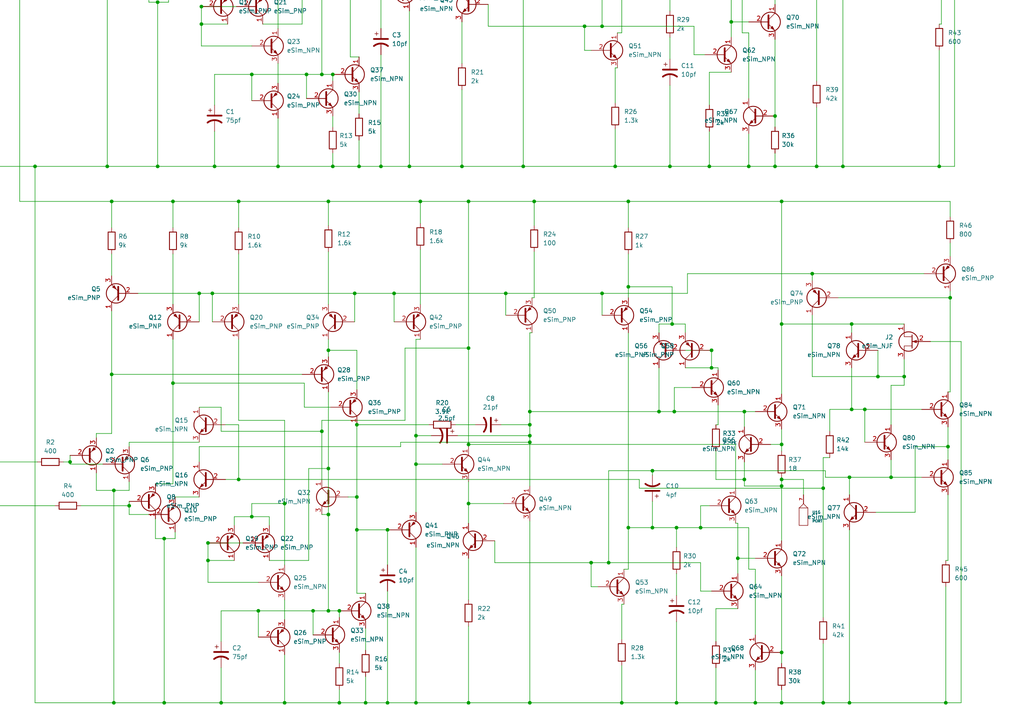
<source format=kicad_sch>
(kicad_sch (version 20211123) (generator eeschema)
  (paper "A4")
  (lib_symbols
    (symbol "eSim_Devices:capacitor_polarised" (pin_numbers hide) (pin_names (offset 0.254) hide)
      (property "Reference" "C" (at 0.635 2.54 0))
      (property "Value" "capacitor_polarised" (at 0.635 -2.54 0))
      (symbol "capacitor_polarised_1_1"
        (pin passive line (at 0 3.81 270) (length 2.794) (name "~") (number "1"))
        (pin passive line (at 0 -3.81 90) (length 3.302) (name "~") (number "2"))
      )
    )
    (symbol "eSim_Devices:eSim_NJF" (pin_names (offset 0) hide)
      (property "Reference" "J" (at -2.54 1.27 0))
      (property "Value" "eSim_NJF" (at -1.27 3.81 0))
      (symbol "eSim_NJF_1_1"
        (pin passive line (at 2.54 5.08 270) (length 2.54) (name "D") (number "1"))
        (pin passive line (at -5.08 0 0) (length 5.334) (name "G") (number "2"))
        (pin passive line (at 2.54 -5.08 90) (length 2.54) (name "S") (number "3"))
      )
    )
    (symbol "eSim_Devices:eSim_NPN" (pin_names (offset 0) hide)
      (property "Reference" "Q" (at -2.54 1.27 0))
      (property "Value" "eSim_NPN" (at -1.27 3.81 0))
      (symbol "eSim_NPN_1_1"
        (pin passive line (at 2.54 5.08 270) (length 2.54) (name "C") (number "1"))
        (pin passive line (at -5.08 0 0) (length 5.715) (name "B") (number "2"))
        (pin passive line (at 2.54 -5.08 90) (length 2.54) (name "E") (number "3"))
      )
    )
    (symbol "eSim_Devices:eSim_PNP" (pin_names (offset 0) hide)
      (property "Reference" "Q" (at -2.54 1.27 0))
      (property "Value" "eSim_PNP" (at -1.27 3.81 0))
      (symbol "eSim_PNP_1_1"
        (pin passive line (at 2.54 5.08 270) (length 2.54) (name "C") (number "1"))
        (pin passive line (at -5.08 0 0) (length 5.715) (name "B") (number "2"))
        (pin passive line (at 2.54 -5.08 90) (length 2.54) (name "E") (number "3"))
      )
    )
    (symbol "eSim_Devices:resistor" (pin_numbers hide) (pin_names (offset 0))
      (property "Reference" "R" (at 1.27 3.302 0))
      (property "Value" "resistor" (at 1.27 -1.27 0))
      (symbol "resistor_1_1"
        (pin passive line (at -2.54 1.27 0) (length 1.27) (name "~") (number "1"))
        (pin passive line (at 5.08 1.27 180) (length 1.27) (name "~") (number "2"))
      )
    )
    (symbol "eSim_Miscellaneous:PORT" (pin_names (offset 1.016))
      (property "Reference" "U" (at 1.27 2.54 0))
      (property "Value" "PORT" (at 0 0 0))
      (symbol "PORT_1_1"
        (pin bidirectional line (at 6.35 0 180) (length 2.54) (name "~") (number "1"))
      )
      (symbol "PORT_2_1"
        (pin bidirectional line (at 6.35 0 180) (length 2.54) (name "~") (number "2"))
      )
      (symbol "PORT_3_1"
        (pin bidirectional line (at 6.35 0 180) (length 2.54) (name "~") (number "3"))
      )
      (symbol "PORT_4_1"
        (pin bidirectional line (at 6.35 0 180) (length 2.54) (name "~") (number "4"))
      )
      (symbol "PORT_5_1"
        (pin bidirectional line (at 6.35 0 180) (length 2.54) (name "~") (number "5"))
      )
      (symbol "PORT_6_1"
        (pin bidirectional line (at 6.35 0 180) (length 2.54) (name "~") (number "6"))
      )
      (symbol "PORT_7_1"
        (pin bidirectional line (at 6.35 0 180) (length 2.54) (name "~") (number "7"))
      )
      (symbol "PORT_8_1"
        (pin bidirectional line (at 6.35 0 180) (length 2.54) (name "~") (number "8"))
      )
      (symbol "PORT_9_1"
        (pin bidirectional line (at 6.35 0 180) (length 2.54) (name "~") (number "9"))
      )
      (symbol "PORT_10_1"
        (pin bidirectional line (at 6.35 0 180) (length 2.54) (name "~") (number "10"))
      )
      (symbol "PORT_11_1"
        (pin bidirectional line (at 6.35 0 180) (length 2.54) (name "~") (number "11"))
      )
      (symbol "PORT_12_1"
        (pin bidirectional line (at 6.35 0 180) (length 2.54) (name "~") (number "12"))
      )
      (symbol "PORT_13_1"
        (pin bidirectional line (at 6.35 0 180) (length 2.54) (name "~") (number "13"))
      )
      (symbol "PORT_14_1"
        (pin bidirectional line (at 6.35 0 180) (length 2.54) (name "~") (number "14"))
      )
      (symbol "PORT_15_1"
        (pin bidirectional line (at 6.35 0 180) (length 2.54) (name "~") (number "15"))
      )
      (symbol "PORT_16_1"
        (pin bidirectional line (at 6.35 0 180) (length 2.54) (name "~") (number "16"))
      )
      (symbol "PORT_17_1"
        (pin bidirectional line (at 6.35 0 180) (length 2.54) (name "~") (number "17"))
      )
      (symbol "PORT_18_1"
        (pin bidirectional line (at 6.35 0 180) (length 2.54) (name "~") (number "18"))
      )
      (symbol "PORT_19_1"
        (pin bidirectional line (at 6.35 0 180) (length 2.54) (name "~") (number "19"))
      )
      (symbol "PORT_20_1"
        (pin bidirectional line (at 6.35 0 180) (length 2.54) (name "~") (number "20"))
      )
      (symbol "PORT_21_1"
        (pin bidirectional line (at 6.35 0 180) (length 2.54) (name "~") (number "21"))
      )
      (symbol "PORT_22_1"
        (pin bidirectional line (at 6.35 0 180) (length 2.54) (name "~") (number "22"))
      )
      (symbol "PORT_23_1"
        (pin bidirectional line (at 6.35 0 180) (length 2.54) (name "~") (number "23"))
      )
      (symbol "PORT_24_1"
        (pin bidirectional line (at 6.35 0 180) (length 2.54) (name "~") (number "24"))
      )
      (symbol "PORT_25_1"
        (pin bidirectional line (at 6.35 0 180) (length 2.54) (name "~") (number "25"))
      )
      (symbol "PORT_26_1"
        (pin bidirectional line (at 6.35 0 180) (length 2.54) (name "~") (number "26"))
      )
    )
  )
  (junction (at 47.625 203.835))
  (junction (at 69.215 58.42))
  (junction (at 59.69 -70.485))
  (junction (at 176.53 163.195))
  (junction (at 103.505 153.67))
  (junction (at 226.695 139.065))
  (junction (at 153.67 123.19))
  (junction (at 32.385 108.585))
  (junction (at 61.595 85.09))
  (junction (at 226.695 203.835))
  (junction (at 135.89 128.905))
  (junction (at 95.25 101.6))
  (junction (at 196.215 203.835))
  (junction (at 118.745 -20.955))
  (junction (at 245.11 -61.595))
  (junction (at 62.23 48.26))
  (junction (at 82.55 146.05))
  (junction (at 215.9 119.38))
  (junction (at 96.52 48.26))
  (junction (at 226.695 58.42))
  (junction (at 135.89 203.835))
  (junction (at 102.87 85.09))
  (junction (at 95.25 177.165))
  (junction (at 191.135 119.38))
  (junction (at 58.42 1.905))
  (junction (at 274.955 129.54))
  (junction (at 226.695 189.23))
  (junction (at 233.68 -76.2))
  (junction (at 31.115 -13.335))
  (junction (at 103.505 144.145))
  (junction (at 98.425 203.835))
  (junction (at 224.79 -61.595))
  (junction (at 121.92 58.42))
  (junction (at 224.79 -26.67))
  (junction (at 187.325 -19.05))
  (junction (at 100.965 -70.485))
  (junction (at 95.25 149.225))
  (junction (at 169.545 7.62))
  (junction (at 217.17 48.26))
  (junction (at 71.12 -5.715))
  (junction (at 182.245 83.185))
  (junction (at 133.985 48.26))
  (junction (at 50.165 58.42))
  (junction (at 95.25 135.89))
  (junction (at 256.54 -17.145))
  (junction (at 238.76 141.605))
  (junction (at 67.31 -16.51))
  (junction (at 174.625 85.09))
  (junction (at 206.375 101.6))
  (junction (at 246.38 138.43))
  (junction (at 93.345 -97.155))
  (junction (at 154.94 58.42))
  (junction (at 235.585 79.375))
  (junction (at 204.47 -53.975))
  (junction (at 5.715 -97.155))
  (junction (at 182.245 153.035))
  (junction (at 112.395 153.67))
  (junction (at 153.035 -97.155))
  (junction (at 244.475 48.26))
  (junction (at 37.465 146.685))
  (junction (at 224.79 -14.605))
  (junction (at 110.49 -1.905))
  (junction (at 254.635 109.22))
  (junction (at 258.445 138.43))
  (junction (at 213.995 161.925))
  (junction (at 247.015 93.98))
  (junction (at 93.345 -53.975))
  (junction (at 226.695 140.97))
  (junction (at 153.67 126.365))
  (junction (at 20.32 133.985))
  (junction (at 187.325 -2.54))
  (junction (at 224.79 33.655))
  (junction (at 110.49 48.26))
  (junction (at 195.58 119.38))
  (junction (at 104.14 48.26))
  (junction (at 91.44 -30.48))
  (junction (at 180.34 -97.155))
  (junction (at 273.685 -69.215))
  (junction (at 180.34 -72.39))
  (junction (at 60.325 157.48))
  (junction (at 35.56 -8.89))
  (junction (at 120.65 203.835))
  (junction (at 189.23 -36.195))
  (junction (at 153.67 203.835))
  (junction (at 238.76 203.835))
  (junction (at 245.11 -36.83))
  (junction (at 151.765 -27.305))
  (junction (at 236.855 48.26))
  (junction (at 151.765 -36.195))
  (junction (at 118.745 -29.21))
  (junction (at 80.645 -9.525))
  (junction (at 203.2 153.035))
  (junction (at 151.765 -32.385))
  (junction (at 201.295 -2.54))
  (junction (at 133.985 -54.61))
  (junction (at 32.385 58.42))
  (junction (at 135.89 58.42))
  (junction (at 194.31 48.26))
  (junction (at 88.9 21.59))
  (junction (at 90.805 177.165))
  (junction (at 112.395 203.835))
  (junction (at 45.72 0.635))
  (junction (at 135.89 100.965))
  (junction (at 120.65 134.62))
  (junction (at 58.42 6.985))
  (junction (at 73.025 149.86))
  (junction (at 226.695 128.905))
  (junction (at 93.345 125.095))
  (junction (at 193.04 -61.595))
  (junction (at 244.475 -17.145))
  (junction (at 224.79 48.26))
  (junction (at 274.32 203.835))
  (junction (at 146.685 85.09))
  (junction (at 196.215 153.035))
  (junction (at 172.72 -70.485))
  (junction (at 67.31 -97.155))
  (junction (at 101.6 -11.43))
  (junction (at 213.995 -16.51))
  (junction (at 10.16 48.26))
  (junction (at 98.425 177.165))
  (junction (at 47.625 156.21))
  (junction (at 93.345 -20.955))
  (junction (at 207.645 203.835))
  (junction (at 101.6 -32.385))
  (junction (at 60.325 162.56))
  (junction (at 194.31 -2.54))
  (junction (at 144.78 -70.485))
  (junction (at 153.67 128.27))
  (junction (at 151.765 -29.21))
  (junction (at 18.415 -21.59))
  (junction (at 33.02 203.835))
  (junction (at 194.945 93.98))
  (junction (at 219.075 203.835))
  (junction (at 224.79 -16.51))
  (junction (at 57.785 85.09))
  (junction (at 133.985 -97.155))
  (junction (at 250.825 118.745))
  (junction (at 96.52 21.59))
  (junction (at 93.345 21.59))
  (junction (at 193.675 -36.195))
  (junction (at 151.765 48.26))
  (junction (at 212.09 6.35))
  (junction (at 174.625 7.62))
  (junction (at 55.88 -70.485))
  (junction (at 260.35 -46.355))
  (junction (at 189.23 153.035))
  (junction (at 48.26 -44.45))
  (junction (at 189.23 136.525))
  (junction (at 33.02 142.24))
  (junction (at 224.79 -97.155))
  (junction (at 236.855 -13.97))
  (junction (at 48.26 -97.155))
  (junction (at 112.395 -70.485))
  (junction (at 178.435 48.26))
  (junction (at 95.25 58.42))
  (junction (at 50.165 111.125))
  (junction (at 272.415 48.26))
  (junction (at 103.505 123.19))
  (junction (at 180.34 -2.54))
  (junction (at 171.45 163.195))
  (junction (at 135.89 146.05))
  (junction (at 182.245 58.42))
  (junction (at 73.025 21.59))
  (junction (at 80.645 48.26))
  (junction (at 118.745 48.26))
  (junction (at 247.015 118.745))
  (junction (at 74.93 177.165))
  (junction (at 133.985 -9.525))
  (junction (at 226.695 93.98))
  (junction (at 45.72 48.26))
  (junction (at 114.3 85.09))
  (junction (at 262.255 109.22))
  (junction (at 120.015 -97.155))
  (junction (at 69.215 139.065))
  (junction (at 120.65 126.365))
  (junction (at 133.985 -26.67))
  (junction (at 206.375 106.68))
  (junction (at 180.34 203.835))
  (junction (at 205.74 48.26))
  (junction (at 213.995 -36.195))
  (junction (at 273.05 -26.035))
  (junction (at 30.48 -46.99))
  (junction (at 101.6 -1.905))
  (junction (at 64.135 203.835))
  (junction (at 246.38 203.835))
  (junction (at 252.73 -46.355))
  (junction (at 31.115 48.26))
  (junction (at 30.48 -97.155))
  (junction (at 153.67 119.38))
  (junction (at 204.47 -48.895))
  (junction (at 275.59 86.36))
  (junction (at 106.045 203.835))
  (junction (at 93.345 -6.35))
  (junction (at 215.9 139.065))
  (junction (at 248.92 -36.83))
  (junction (at 82.55 203.835))
  (wire (pts (xy 45.72 0.635) (xy 45.72 48.26)))
  (wire (pts (xy 118.745 -57.15) (xy 118.745 -29.21)))
  (wire (pts (xy 256.54 -32.385) (xy 256.54 -43.815)))
  (wire (pts (xy 88.265 111.125) (xy 50.165 111.125)))
  (wire (pts (xy 93.345 -41.91) (xy 93.345 -20.955)))
  (wire (pts (xy 154.94 58.42) (xy 182.245 58.42)))
  (wire (pts (xy 60.325 157.48) (xy 70.485 157.48)))
  (wire (pts (xy 101.6 -1.905) (xy 110.49 -1.905)))
  (wire (pts (xy 95.25 177.165) (xy 98.425 177.165)))
  (wire (pts (xy 110.49 48.26) (xy 118.745 48.26)))
  (wire (pts (xy 87.63 6.985) (xy 87.63 -20.955)))
  (wire (pts (xy 73.025 146.05) (xy 73.025 149.86)))
  (wire (pts (xy 80.645 18.415) (xy 80.645 24.13)))
  (wire (pts (xy 213.995 -36.195) (xy 213.995 -31.75)))
  (wire (pts (xy 185.42 141.605) (xy 238.76 141.605)))
  (wire (pts (xy 153.67 119.38) (xy 191.135 119.38)))
  (wire (pts (xy 226.695 124.46) (xy 226.695 128.905)))
  (wire (pts (xy 80.645 -9.525) (xy 80.645 8.255)))
  (wire (pts (xy 143.51 156.845) (xy 143.51 163.195)))
  (wire (pts (xy 104.14 26.67) (xy 104.14 33.02)))
  (wire (pts (xy 10.16 48.26) (xy 31.115 48.26)))
  (wire (pts (xy 90.805 177.165) (xy 90.805 184.15)))
  (wire (pts (xy 180.34 -59.055) (xy 180.34 -2.54)))
  (wire (pts (xy 196.215 158.75) (xy 196.215 153.035)))
  (wire (pts (xy 117.475 100.965) (xy 135.89 100.965)))
  (wire (pts (xy 180.34 -97.155) (xy 224.79 -97.155)))
  (wire (pts (xy 153.67 119.38) (xy 153.67 123.19)))
  (wire (pts (xy 205.74 48.26) (xy 217.17 48.26)))
  (wire (pts (xy 153.67 96.52) (xy 154.305 96.52)))
  (wire (pts (xy 269.875 99.06) (xy 278.765 99.06)))
  (wire (pts (xy 50.165 73.66) (xy 50.165 88.265)))
  (wire (pts (xy 91.44 -30.48) (xy 91.44 -33.655)))
  (wire (pts (xy 120.015 -97.155) (xy 120.015 -90.805)))
  (wire (pts (xy 226.695 203.835) (xy 238.76 203.835)))
  (wire (pts (xy 141.605 1.27) (xy 141.605 7.62)))
  (wire (pts (xy 240.665 125.095) (xy 240.665 118.745)))
  (wire (pts (xy 182.245 83.185) (xy 182.245 86.36)))
  (wire (pts (xy 21.59 -8.89) (xy 35.56 -8.89)))
  (wire (pts (xy 169.545 7.62) (xy 174.625 7.62)))
  (wire (pts (xy 151.765 -59.055) (xy 152.4 -59.055)))
  (wire (pts (xy 26.035 -18.415) (xy 26.035 -13.335)))
  (wire (pts (xy 69.215 98.425) (xy 69.215 121.92)))
  (wire (pts (xy 189.23 153.035) (xy 196.215 153.035)))
  (wire (pts (xy 33.02 203.835) (xy 47.625 203.835)))
  (wire (pts (xy 217.17 9.525) (xy 215.265 9.525)))
  (wire (pts (xy 66.04 -3.175) (xy 66.04 -5.715)))
  (wire (pts (xy 196.215 153.035) (xy 203.2 153.035)))
  (wire (pts (xy 35.56 -8.89) (xy 35.56 -6.35)))
  (wire (pts (xy 110.49 -1.905) (xy 111.125 -1.905)))
  (wire (pts (xy 93.345 -20.955) (xy 93.345 -6.35)))
  (wire (pts (xy 274.955 123.825) (xy 274.955 129.54)))
  (wire (pts (xy 82.55 203.835) (xy 98.425 203.835)))
  (wire (pts (xy 153.035 -97.155) (xy 180.34 -97.155)))
  (wire (pts (xy 95.885 118.11) (xy 88.265 118.11)))
  (wire (pts (xy 217.17 165.1) (xy 217.17 153.035)))
  (wire (pts (xy 117.475 121.92) (xy 117.475 100.965)))
  (wire (pts (xy 103.505 144.145) (xy 103.505 153.67)))
  (wire (pts (xy 89.535 135.89) (xy 95.25 135.89)))
  (wire (pts (xy -13.97 146.685) (xy -13.97 146.05)))
  (wire (pts (xy 1.27 -8.89) (xy 13.97 -8.89)))
  (wire (pts (xy 61.595 85.09) (xy 57.785 85.09)))
  (wire (pts (xy 110.49 -1.905) (xy 110.49 8.255)))
  (wire (pts (xy 95.25 98.425) (xy 95.25 101.6)))
  (wire (pts (xy 5.715 58.42) (xy 32.385 58.42)))
  (wire (pts (xy 189.23 -48.895) (xy 189.23 -36.195)))
  (wire (pts (xy 265.43 148.59) (xy 265.43 129.54)))
  (wire (pts (xy 237.49 -19.05) (xy 187.325 -19.05)))
  (wire (pts (xy 244.475 48.26) (xy 272.415 48.26)))
  (wire (pts (xy 169.545 14.605) (xy 169.545 7.62)))
  (wire (pts (xy 67.31 -16.51) (xy 183.515 -16.51)))
  (wire (pts (xy 207.645 186.055) (xy 207.645 176.53)))
  (wire (pts (xy 101.6 -53.975) (xy 93.345 -53.975)))
  (wire (pts (xy 182.245 58.42) (xy 226.695 58.42)))
  (wire (pts (xy 193.675 -43.18) (xy 193.675 -36.195)))
  (wire (pts (xy 103.505 101.6) (xy 95.25 101.6)))
  (wire (pts (xy 247.015 118.745) (xy 250.825 118.745)))
  (wire (pts (xy 278.765 99.06) (xy 278.765 203.835)))
  (wire (pts (xy 74.93 184.785) (xy 74.93 177.165)))
  (wire (pts (xy 151.765 48.26) (xy 178.435 48.26)))
  (wire (pts (xy 154.94 86.36) (xy 154.305 86.36)))
  (wire (pts (xy 224.79 -14.605) (xy 224.79 1.27)))
  (wire (pts (xy 55.88 -26.035) (xy 114.3 -26.035)))
  (wire (pts (xy 30.48 -81.915) (xy 30.48 -75.565)))
  (wire (pts (xy 30.48 -97.155) (xy 48.26 -97.155)))
  (wire (pts (xy 133.985 -9.525) (xy 144.145 -9.525)))
  (wire (pts (xy 133.985 26.035) (xy 133.985 48.26)))
  (wire (pts (xy 182.245 58.42) (xy 182.245 66.04)))
  (wire (pts (xy 204.47 -48.895) (xy 206.375 -48.895)))
  (wire (pts (xy 246.38 153.67) (xy 246.38 203.835)))
  (wire (pts (xy 69.215 123.19) (xy 69.215 139.065)))
  (wire (pts (xy 273.05 6.985) (xy 272.415 6.985)))
  (wire (pts (xy 30.48 -65.405) (xy 30.48 -46.99)))
  (wire (pts (xy 213.995 161.925) (xy 213.995 151.765)))
  (wire (pts (xy 154.94 73.025) (xy 154.94 86.36)))
  (wire (pts (xy 273.05 -31.75) (xy 273.05 -26.035)))
  (wire (pts (xy 191.135 119.38) (xy 195.58 119.38)))
  (wire (pts (xy 103.505 113.03) (xy 103.505 101.6)))
  (wire (pts (xy 151.765 -29.21) (xy 151.765 -27.305)))
  (wire (pts (xy 88.265 118.11) (xy 88.265 111.125)))
  (wire (pts (xy 174.625 85.09) (xy 146.685 85.09)))
  (wire (pts (xy 197.485 -70.485) (xy 172.72 -70.485)))
  (wire (pts (xy 96.52 48.26) (xy 104.14 48.26)))
  (wire (pts (xy 237.49 -17.145) (xy 237.49 -19.05)))
  (wire (pts (xy 205.74 -16.51) (xy 213.995 -16.51)))
  (wire (pts (xy 114.3 -26.035) (xy 114.3 -27.305)))
  (wire (pts (xy 82.55 189.865) (xy 82.55 203.835)))
  (wire (pts (xy 187.325 -2.54) (xy 194.31 -2.54)))
  (wire (pts (xy 195.58 112.395) (xy 195.58 119.38)))
  (wire (pts (xy 16.51 -21.59) (xy 18.415 -21.59)))
  (wire (pts (xy 48.26 -15.24) (xy 43.18 -15.24)))
  (wire (pts (xy 238.76 141.605) (xy 238.76 132.715)))
  (wire (pts (xy 86.36 -37.465) (xy 86.36 -44.45)))
  (wire (pts (xy 200.66 112.395) (xy 195.58 112.395)))
  (wire (pts (xy 172.72 -64.135) (xy 172.72 -70.485)))
  (wire (pts (xy 185.42 139.065) (xy 185.42 141.605)))
  (wire (pts (xy 135.89 146.05) (xy 146.05 146.05)))
  (wire (pts (xy 101.6 -11.43) (xy 101.6 -1.905)))
  (wire (pts (xy 100.965 -62.23) (xy 100.965 -70.485)))
  (wire (pts (xy 207.645 203.835) (xy 219.075 203.835)))
  (wire (pts (xy 151.765 -36.195) (xy 189.23 -36.195)))
  (wire (pts (xy 151.765 -36.195) (xy 151.765 -32.385)))
  (wire (pts (xy 98.425 203.835) (xy 106.045 203.835)))
  (wire (pts (xy 62.23 30.48) (xy 62.23 21.59)))
  (wire (pts (xy 194.945 83.185) (xy 182.245 83.185)))
  (wire (pts (xy 224.79 -61.595) (xy 245.11 -61.595)))
  (wire (pts (xy 171.45 163.195) (xy 176.53 163.195)))
  (wire (pts (xy 120.65 134.62) (xy 128.27 134.62)))
  (wire (pts (xy 112.395 171.45) (xy 112.395 203.835)))
  (wire (pts (xy 76.2 -5.715) (xy 76.2 -3.175)))
  (wire (pts (xy 191.135 93.98) (xy 194.945 93.98)))
  (wire (pts (xy 258.445 123.19) (xy 258.445 111.76)))
  (wire (pts (xy 187.325 -10.16) (xy 187.325 -2.54)))
  (wire (pts (xy 37.465 128.27) (xy 37.465 129.54)))
  (wire (pts (xy 73.025 149.86) (xy 78.105 149.86)))
  (wire (pts (xy 118.745 -6.985) (xy 118.745 -20.955)))
  (wire (pts (xy 273.685 -41.91) (xy 273.05 -41.91)))
  (wire (pts (xy 239.395 138.43) (xy 239.395 136.525)))
  (wire (pts (xy 48.26 -57.15) (xy 48.26 -44.45)))
  (wire (pts (xy 226.695 189.23) (xy 226.695 192.405)))
  (wire (pts (xy 205.74 146.685) (xy 203.2 146.685)))
  (wire (pts (xy 245.11 -61.595) (xy 245.11 -59.055)))
  (wire (pts (xy 110.49 15.875) (xy 110.49 48.26)))
  (wire (pts (xy 59.69 -70.485) (xy 55.88 -70.485)))
  (wire (pts (xy 63.5 -32.385) (xy 67.31 -32.385)))
  (wire (pts (xy 73.025 21.59) (xy 88.9 21.59)))
  (wire (pts (xy 100.965 144.145) (xy 103.505 144.145)))
  (wire (pts (xy 27.94 127) (xy 27.94 125.73)))
  (wire (pts (xy 193.04 -61.595) (xy 193.04 -72.39)))
  (wire (pts (xy 18.415 133.985) (xy 20.32 133.985)))
  (wire (pts (xy 201.295 -8.89) (xy 201.295 -2.54)))
  (wire (pts (xy 50.8 156.21) (xy 50.8 154.305)))
  (wire (pts (xy 213.995 166.37) (xy 213.995 161.925)))
  (wire (pts (xy 60.325 162.56) (xy 60.325 157.48)))
  (wire (pts (xy 59.69 -62.23) (xy 59.69 -70.485)))
  (wire (pts (xy -13.97 146.685) (xy 15.875 146.685)))
  (wire (pts (xy 258.445 138.43) (xy 246.38 138.43)))
  (wire (pts (xy 212.09 6.35) (xy 217.17 6.35)))
  (wire (pts (xy 246.38 138.43) (xy 239.395 138.43)))
  (wire (pts (xy 224.79 -61.595) (xy 224.79 -41.275)))
  (wire (pts (xy 273.685 -97.155) (xy 224.79 -97.155)))
  (wire (pts (xy 265.43 129.54) (xy 274.955 129.54)))
  (wire (pts (xy 213.995 151.765) (xy 213.36 151.765)))
  (wire (pts (xy 180.34 9.525) (xy 179.07 9.525)))
  (wire (pts (xy 244.475 -1.905) (xy 244.475 48.26)))
  (wire (pts (xy 178.435 48.26) (xy 194.31 48.26)))
  (wire (pts (xy 40.005 85.09) (xy 57.785 85.09)))
  (wire (pts (xy 193.04 -61.595) (xy 196.85 -61.595)))
  (wire (pts (xy 132.715 126.365) (xy 153.67 126.365)))
  (wire (pts (xy 103.505 172.085) (xy 106.045 172.085)))
  (wire (pts (xy 247.015 93.98) (xy 262.255 93.98)))
  (wire (pts (xy 135.89 128.905) (xy 213.36 128.905)))
  (wire (pts (xy 256.54 -43.815) (xy 260.35 -43.815)))
  (wire (pts (xy 1.905 -21.59) (xy 8.89 -21.59)))
  (wire (pts (xy 115.57 -54.61) (xy 133.985 -54.61)))
  (wire (pts (xy 69.215 58.42) (xy 69.215 66.04)))
  (wire (pts (xy 103.505 153.67) (xy 103.505 172.085)))
  (wire (pts (xy 180.34 193.04) (xy 180.34 203.835)))
  (wire (pts (xy 48.895 0.635) (xy 48.895 -1.27)))
  (wire (pts (xy 224.79 44.45) (xy 224.79 48.26)))
  (wire (pts (xy 45.085 156.21) (xy 47.625 156.21)))
  (wire (pts (xy 58.42 6.985) (xy 58.42 1.905)))
  (wire (pts (xy 194.31 24.765) (xy 194.31 48.26)))
  (wire (pts (xy 35.56 -27.305) (xy 35.56 -26.035)))
  (wire (pts (xy 206.375 106.68) (xy 208.28 106.68)))
  (wire (pts (xy 58.42 13.335) (xy 73.025 13.335)))
  (wire (pts (xy 118.745 -29.21) (xy 118.745 -20.955)))
  (wire (pts (xy 27.94 142.24) (xy 33.02 142.24)))
  (wire (pts (xy 95.25 135.89) (xy 95.25 149.225)))
  (wire (pts (xy 199.39 79.375) (xy 199.39 85.09)))
  (wire (pts (xy 102.87 85.09) (xy 61.595 85.09)))
  (wire (pts (xy 91.44 -30.48) (xy 91.44 -16.51)))
  (wire (pts (xy 180.34 -72.39) (xy 180.34 -69.215)))
  (wire (pts (xy 48.26 -44.45) (xy 48.26 -15.24)))
  (wire (pts (xy 208.28 123.19) (xy 207.645 123.19)))
  (wire (pts (xy 78.105 162.56) (xy 89.535 162.56)))
  (wire (pts (xy 120.65 158.75) (xy 120.65 203.835)))
  (wire (pts (xy 248.92 -36.83) (xy 265.43 -36.83)))
  (wire (pts (xy 191.135 96.52) (xy 191.135 93.98)))
  (wire (pts (xy 55.88 -70.485) (xy 55.88 -62.23)))
  (wire (pts (xy 32.385 73.66) (xy 32.385 80.01)))
  (wire (pts (xy 48.26 -97.155) (xy 48.26 -89.535)))
  (wire (pts (xy 224.79 -31.115) (xy 224.79 -26.67)))
  (wire (pts (xy 91.44 -33.655) (xy 115.57 -33.655)))
  (wire (pts (xy 238.76 132.715) (xy 240.665 132.715)))
  (wire (pts (xy 133.985 -97.155) (xy 133.985 -54.61)))
  (wire (pts (xy 62.23 48.26) (xy 80.645 48.26)))
  (wire (pts (xy 226.695 93.98) (xy 226.695 114.3)))
  (wire (pts (xy 135.89 58.42) (xy 135.89 100.965)))
  (wire (pts (xy 187.325 -19.05) (xy 187.325 -17.78)))
  (wire (pts (xy 196.215 203.835) (xy 207.645 203.835)))
  (wire (pts (xy 254.635 109.22) (xy 262.255 109.22)))
  (wire (pts (xy 180.34 -97.155) (xy 180.34 -89.535)))
  (wire (pts (xy 67.31 -57.15) (xy 67.31 -33.655)))
  (wire (pts (xy 88.9 21.59) (xy 93.345 21.59)))
  (wire (pts (xy 50.8 144.145) (xy 57.785 144.145)))
  (wire (pts (xy 55.88 -26.035) (xy 55.88 -21.59)))
  (wire (pts (xy 104.14 48.26) (xy 110.49 48.26)))
  (wire (pts (xy 106.045 196.215) (xy 106.045 203.835)))
  (wire (pts (xy 31.115 48.26) (xy 45.72 48.26)))
  (wire (pts (xy 182.245 73.66) (xy 182.245 83.185)))
  (wire (pts (xy 33.02 142.24) (xy 33.02 203.835)))
  (wire (pts (xy 183.515 -13.97) (xy 236.855 -13.97)))
  (wire (pts (xy 103.505 123.19) (xy 124.46 123.19)))
  (wire (pts (xy 153.035 -97.155) (xy 153.035 -90.17)))
  (wire (pts (xy 27.94 137.16) (xy 27.94 142.24)))
  (wire (pts (xy 171.45 14.605) (xy 169.545 14.605)))
  (wire (pts (xy 219.075 184.15) (xy 219.075 165.1)))
  (wire (pts (xy 208.28 106.68) (xy 208.28 107.315)))
  (wire (pts (xy 172.72 -70.485) (xy 144.78 -70.485)))
  (wire (pts (xy 69.215 139.065) (xy 65.405 139.065)))
  (wire (pts (xy 62.23 21.59) (xy 73.025 21.59)))
  (wire (pts (xy 132.08 123.19) (xy 137.795 123.19)))
  (wire (pts (xy 219.075 194.31) (xy 219.075 203.835)))
  (wire (pts (xy 37.465 146.685) (xy 37.465 149.225)))
  (wire (pts (xy 5.715 58.42) (xy 5.715 -97.155)))
  (wire (pts (xy 120.65 148.59) (xy 120.65 134.62)))
  (wire (pts (xy 196.215 180.34) (xy 196.215 203.835)))
  (wire (pts (xy 133.985 -26.67) (xy 133.985 -26.035)))
  (wire (pts (xy 274.955 129.54) (xy 274.955 133.35)))
  (wire (pts (xy 233.68 -64.135) (xy 233.68 -46.355)))
  (wire (pts (xy 93.345 -6.35) (xy 93.345 21.59)))
  (wire (pts (xy 133.985 48.26) (xy 151.765 48.26)))
  (wire (pts (xy 69.215 139.065) (xy 185.42 139.065)))
  (wire (pts (xy 93.345 125.095) (xy 93.345 139.065)))
  (wire (pts (xy 87.63 -20.955) (xy 93.345 -20.955)))
  (wire (pts (xy 182.245 165.1) (xy 180.975 165.1)))
  (wire (pts (xy 245.11 -36.83) (xy 248.92 -36.83)))
  (wire (pts (xy 272.415 48.26) (xy 272.415 14.605)))
  (wire (pts (xy 213.36 141.605) (xy 213.36 128.905)))
  (wire (pts (xy 98.425 177.165) (xy 98.425 179.07)))
  (wire (pts (xy 112.395 -62.23) (xy 112.395 -70.485)))
  (wire (pts (xy 93.345 125.095) (xy 93.345 121.92)))
  (wire (pts (xy 266.065 -76.2) (xy 233.68 -76.2)))
  (wire (pts (xy 273.685 -92.71) (xy 273.685 -97.155)))
  (wire (pts (xy 61.595 93.345) (xy 61.595 85.09)))
  (wire (pts (xy 106.045 182.245) (xy 106.045 188.595)))
  (wire (pts (xy 194.31 48.26) (xy 205.74 48.26)))
  (wire (pts (xy 120.65 126.365) (xy 120.65 134.62)))
  (wire (pts (xy 93.345 -97.155) (xy 120.015 -97.155)))
  (wire (pts (xy 213.995 161.925) (xy 219.075 161.925)))
  (wire (pts (xy 66.04 -5.715) (xy 71.12 -5.715)))
  (wire (pts (xy 226.695 58.42) (xy 226.695 93.98)))
  (wire (pts (xy 238.76 179.07) (xy 238.76 141.605)))
  (wire (pts (xy 133.985 -26.67) (xy 211.455 -26.67)))
  (wire (pts (xy 5.715 -97.155) (xy 30.48 -97.155)))
  (wire (pts (xy 82.55 173.99) (xy 82.55 179.705)))
  (wire (pts (xy 80.645 48.26) (xy 96.52 48.26)))
  (wire (pts (xy 208.28 117.475) (xy 208.28 123.19)))
  (wire (pts (xy 182.245 153.035) (xy 182.245 165.1)))
  (wire (pts (xy 69.215 121.92) (xy 82.55 121.92)))
  (wire (pts (xy 31.115 -13.335) (xy 31.115 48.26)))
  (wire (pts (xy 135.89 128.905) (xy 135.89 129.54)))
  (wire (pts (xy 95.25 58.42) (xy 95.25 65.405)))
  (wire (pts (xy 273.685 -85.09) (xy 273.685 -81.28)))
  (wire (pts (xy 45.72 48.26) (xy 62.23 48.26)))
  (wire (pts (xy 153.67 96.52) (xy 153.67 119.38)))
  (wire (pts (xy 116.205 129.54) (xy 116.205 128.27)))
  (wire (pts (xy 196.85 -53.975) (xy 204.47 -53.975)))
  (wire (pts (xy 233.68 -76.2) (xy 233.68 -74.295)))
  (wire (pts (xy 245.11 -61.595) (xy 260.35 -61.595)))
  (wire (pts (xy 96.52 44.45) (xy 96.52 48.26)))
  (wire (pts (xy 263.525 -26.035) (xy 273.05 -26.035)))
  (wire (pts (xy 193.675 -36.195) (xy 213.995 -36.195)))
  (wire (pts (xy 236.855 48.26) (xy 244.475 48.26)))
  (wire (pts (xy 213.995 -16.51) (xy 213.995 -14.605)))
  (wire (pts (xy 37.465 142.24) (xy 37.465 139.7)))
  (wire (pts (xy 233.68 -76.2) (xy 197.485 -76.2)))
  (wire (pts (xy 58.42 1.905) (xy 68.58 1.905)))
  (wire (pts (xy 278.765 203.835) (xy 274.32 203.835)))
  (wire (pts (xy 95.25 149.225) (xy 95.25 177.165)))
  (wire (pts (xy 67.945 149.86) (xy 73.025 149.86)))
  (wire (pts (xy 106.045 203.835) (xy 112.395 203.835)))
  (wire (pts (xy 62.23 -30.48) (xy 91.44 -30.48)))
  (wire (pts (xy 226.695 200.025) (xy 226.695 203.835)))
  (wire (pts (xy 141.605 7.62) (xy 169.545 7.62)))
  (wire (pts (xy 194.31 -2.54) (xy 201.295 -2.54)))
  (wire (pts (xy 205.74 38.1) (xy 205.74 48.26)))
  (wire (pts (xy 95.25 58.42) (xy 121.92 58.42)))
  (wire (pts (xy 10.16 203.835) (xy 33.02 203.835)))
  (wire (pts (xy 244.475 -17.145) (xy 244.475 -12.065)))
  (wire (pts (xy 275.59 86.36) (xy 275.59 84.455)))
  (wire (pts (xy 198.755 -43.18) (xy 193.675 -43.18)))
  (wire (pts (xy 250.825 118.745) (xy 250.825 128.27)))
  (wire (pts (xy 198.755 93.98) (xy 198.755 96.52)))
  (wire (pts (xy 151.765 -4.445) (xy 151.765 48.26)))
  (wire (pts (xy 254.635 101.6) (xy 254.635 109.22)))
  (wire (pts (xy 48.26 -97.155) (xy 67.31 -97.155)))
  (wire (pts (xy 37.465 145.415) (xy 37.465 146.685)))
  (wire (pts (xy 236.855 48.26) (xy 236.855 31.115)))
  (wire (pts (xy 115.57 -33.655) (xy 115.57 -54.61)))
  (wire (pts (xy 64.135 186.055) (xy 64.135 177.165)))
  (wire (pts (xy 57.785 129.54) (xy 116.205 129.54)))
  (wire (pts (xy 180.34 175.26) (xy 180.975 175.26)))
  (wire (pts (xy 258.445 111.76) (xy 262.255 111.76)))
  (wire (pts (xy 30.48 -46.99) (xy 30.48 -29.845)))
  (wire (pts (xy 215.9 119.38) (xy 215.9 123.825)))
  (wire (pts (xy 64.135 193.675) (xy 64.135 203.835)))
  (wire (pts (xy 217.17 28.575) (xy 217.17 9.525)))
  (wire (pts (xy 211.455 -13.97) (xy 211.455 -26.67)))
  (wire (pts (xy 247.015 106.68) (xy 247.015 118.745)))
  (wire (pts (xy 112.395 153.67) (xy 112.395 163.83)))
  (wire (pts (xy 197.485 -76.2) (xy 197.485 -70.485)))
  (wire (pts (xy 57.785 129.54) (xy 57.785 133.985)))
  (wire (pts (xy 133.985 6.35) (xy 133.985 18.415)))
  (wire (pts (xy 207.645 176.53) (xy 213.995 176.53)))
  (wire (pts (xy 120.015 -83.185) (xy 120.015 -67.31)))
  (wire (pts (xy 226.695 139.065) (xy 226.695 140.97)))
  (wire (pts (xy 240.665 118.745) (xy 247.015 118.745)))
  (wire (pts (xy 135.89 203.835) (xy 153.67 203.835)))
  (wire (pts (xy 201.295 15.875) (xy 204.47 15.875)))
  (wire (pts (xy 144.78 -64.135) (xy 144.78 -70.485)))
  (wire (pts (xy 65.405 123.19) (xy 69.215 123.19)))
  (wire (pts (xy 67.945 162.56) (xy 60.325 162.56)))
  (wire (pts (xy 101.6 -42.545) (xy 101.6 -53.975)))
  (wire (pts (xy 191.135 106.68) (xy 191.135 119.38)))
  (wire (pts (xy 43.18 0.635) (xy 45.72 0.635)))
  (wire (pts (xy 217.17 38.735) (xy 217.17 48.26)))
  (wire (pts (xy 215.9 140.97) (xy 226.695 140.97)))
  (wire (pts (xy 189.23 136.525) (xy 176.53 136.525)))
  (wire (pts (xy 118.745 48.26) (xy 133.985 48.26)))
  (wire (pts (xy 104.14 40.64) (xy 104.14 48.26)))
  (wire (pts (xy 103.505 123.19) (xy 103.505 144.145)))
  (wire (pts (xy 67.31 -97.155) (xy 67.31 -89.535)))
  (wire (pts (xy 235.585 79.375) (xy 235.585 81.28)))
  (wire (pts (xy 112.395 203.835) (xy 120.65 203.835)))
  (wire (pts (xy 189.23 -59.055) (xy 189.23 -61.595)))
  (wire (pts (xy 135.89 100.965) (xy 135.89 128.905)))
  (wire (pts (xy 180.34 203.835) (xy 196.215 203.835)))
  (wire (pts (xy 224.79 -97.155) (xy 224.79 -61.595)))
  (wire (pts (xy 151.765 -59.055) (xy 151.765 -36.195)))
  (wire (pts (xy 120.65 126.365) (xy 125.095 126.365)))
  (wire (pts (xy 263.525 -6.985) (xy 263.525 -26.035)))
  (wire (pts (xy 154.94 58.42) (xy 154.94 65.405)))
  (wire (pts (xy 244.475 -17.145) (xy 237.49 -17.145)))
  (wire (pts (xy 258.445 133.35) (xy 258.445 138.43)))
  (wire (pts (xy 33.02 142.24) (xy 37.465 142.24)))
  (wire (pts (xy 151.765 -27.305) (xy 151.765 -14.605)))
  (wire (pts (xy 135.89 161.925) (xy 135.89 173.99)))
  (wire (pts (xy 205.74 30.48) (xy 205.74 20.955)))
  (wire (pts (xy 91.44 -6.35) (xy 93.345 -6.35)))
  (wire (pts (xy 57.785 128.27) (xy 37.465 128.27)))
  (wire (pts (xy 252.095 -6.985) (xy 263.525 -6.985)))
  (wire (pts (xy 236.855 -22.86) (xy 238.76 -22.86)))
  (wire (pts (xy 130.81 -29.21) (xy 151.765 -29.21)))
  (wire (pts (xy 174.625 7.62) (xy 201.295 7.62)))
  (wire (pts (xy 256.54 -22.225) (xy 256.54 -17.145)))
  (wire (pts (xy 23.495 146.685) (xy 37.465 146.685)))
  (wire (pts (xy 135.89 139.7) (xy 135.89 146.05)))
  (wire (pts (xy 98.425 189.23) (xy 98.425 192.405)))
  (wire (pts (xy 235.585 79.375) (xy 199.39 79.375)))
  (wire (pts (xy 93.345 -82.55) (xy 93.345 -67.31)))
  (wire (pts (xy 224.79 -16.51) (xy 224.79 -14.605)))
  (wire (pts (xy 38.1 -70.485) (xy 55.88 -70.485)))
  (wire (pts (xy 82.55 146.05) (xy 82.55 163.83)))
  (wire (pts (xy 205.74 -24.765) (xy 205.74 -16.51)))
  (wire (pts (xy 101.6 16.51) (xy 104.14 16.51)))
  (wire (pts (xy 27.94 125.73) (xy 32.385 125.73)))
  (wire (pts (xy 121.92 72.39) (xy 121.92 88.265)))
  (wire (pts (xy 274.955 162.56) (xy 274.32 162.56)))
  (wire (pts (xy 215.265 9.525) (xy 215.265 -2.54)))
  (wire (pts (xy 275.59 62.865) (xy 275.59 58.42)))
  (wire (pts (xy 267.97 79.375) (xy 235.585 79.375)))
  (wire (pts (xy 55.88 -37.465) (xy 62.23 -37.465)))
  (wire (pts (xy 76.2 6.985) (xy 87.63 6.985)))
  (wire (pts (xy 176.53 136.525) (xy 176.53 163.195)))
  (wire (pts (xy 47.625 203.835) (xy 64.135 203.835)))
  (wire (pts (xy 215.9 119.38) (xy 219.075 119.38)))
  (wire (pts (xy 146.685 85.09) (xy 114.3 85.09)))
  (wire (pts (xy 135.89 58.42) (xy 154.94 58.42)))
  (wire (pts (xy 47.625 156.21) (xy 47.625 203.835)))
  (wire (pts (xy 223.52 128.905) (xy 226.695 128.905)))
  (wire (pts (xy 45.72 0.635) (xy 48.895 0.635)))
  (wire (pts (xy 250.825 118.745) (xy 267.335 118.745)))
  (wire (pts (xy 260.35 -43.815) (xy 260.35 -46.355)))
  (wire (pts (xy 80.645 -33.655) (xy 80.645 -9.525)))
  (wire (pts (xy 217.17 153.035) (xy 203.2 153.035)))
  (wire (pts (xy 204.47 -48.895) (xy 204.47 -53.975)))
  (wire (pts (xy 114.3 -27.305) (xy 151.765 -27.305)))
  (wire (pts (xy 64.135 177.165) (xy 74.93 177.165)))
  (wire (pts (xy 112.395 -70.485) (xy 100.965 -70.485)))
  (wire (pts (xy 121.92 58.42) (xy 121.92 64.77)))
  (wire (pts (xy 233.045 139.065) (xy 226.695 139.065)))
  (wire (pts (xy 112.395 153.67) (xy 113.03 153.67)))
  (wire (pts (xy 219.075 203.835) (xy 226.695 203.835)))
  (wire (pts (xy 20.32 133.985) (xy 20.32 132.08)))
  (wire (pts (xy 103.505 153.67) (xy 112.395 153.67)))
  (wire (pts (xy 245.11 -48.895) (xy 245.11 -36.83)))
  (wire (pts (xy 174.625 -19.05) (xy 174.625 7.62)))
  (wire (pts (xy 89.535 162.56) (xy 89.535 135.89)))
  (wire (pts (xy -13.335 133.985) (xy 10.795 133.985)))
  (wire (pts (xy 275.59 70.485) (xy 275.59 74.295)))
  (wire (pts (xy 248.92 -36.83) (xy 248.92 -27.305)))
  (wire (pts (xy 226.695 167.005) (xy 226.695 189.23)))
  (wire (pts (xy 32.385 58.42) (xy 32.385 66.04)))
  (wire (pts (xy 215.265 -2.54) (xy 201.295 -2.54)))
  (wire (pts (xy 205.74 20.955) (xy 212.09 20.955)))
  (wire (pts (xy 93.345 -57.15) (xy 93.345 -53.975)))
  (wire (pts (xy 213.995 -16.51) (xy 213.995 -21.59)))
  (wire (pts (xy 276.86 -56.515) (xy 276.86 48.26)))
  (wire (pts (xy 20.32 134.62) (xy 20.32 133.985)))
  (wire (pts (xy 194.945 93.98) (xy 194.945 83.185)))
  (wire (pts (xy 212.09 10.795) (xy 212.09 6.35)))
  (wire (pts (xy 187.325 -19.05) (xy 174.625 -19.05)))
  (wire (pts (xy 93.345 -97.155) (xy 93.345 -90.17)))
  (wire (pts (xy 114.3 85.09) (xy 102.87 85.09)))
  (wire (pts (xy 69.215 73.66) (xy 69.215 88.265)))
  (wire (pts (xy 45.085 150.495) (xy 45.085 156.21)))
  (wire (pts (xy 48.895 -11.43) (xy 55.88 -11.43)))
  (wire (pts (xy 78.105 149.86) (xy 78.105 152.4)))
  (wire (pts (xy 32.385 58.42) (xy 50.165 58.42)))
  (wire (pts (xy 174.625 91.44) (xy 174.625 85.09)))
  (wire (pts (xy 275.59 86.36) (xy 275.59 113.665)))
  (wire (pts (xy 241.3 -69.215) (xy 273.685 -69.215)))
  (wire (pts (xy 114.3 93.345) (xy 114.3 85.09)))
  (wire (pts (xy 215.9 139.065) (xy 215.9 133.985)))
  (wire (pts (xy 18.415 -20.955) (xy 18.415 -21.59)))
  (wire (pts (xy 195.58 119.38) (xy 215.9 119.38)))
  (wire (pts (xy 153.67 126.365) (xy 153.67 128.27)))
  (wire (pts (xy 199.39 85.09) (xy 174.625 85.09)))
  (wire (pts (xy 99.06 -11.43) (xy 101.6 -11.43)))
  (wire (pts (xy 96.52 21.59) (xy 96.52 23.495)))
  (wire (pts (xy 254 148.59) (xy 265.43 148.59)))
  (wire (pts (xy 31.115 -13.335) (xy 35.56 -13.335)))
  (wire (pts (xy 66.04 6.985) (xy 58.42 6.985)))
  (wire (pts (xy 32.385 90.17) (xy 32.385 108.585)))
  (wire (pts (xy 276.86 48.26) (xy 272.415 48.26)))
  (wire (pts (xy 231.14 -16.51) (xy 224.79 -16.51)))
  (wire (pts (xy 193.04 -72.39) (xy 180.34 -72.39)))
  (wire (pts (xy 183.515 -16.51) (xy 183.515 -13.97)))
  (wire (pts (xy 100.965 -70.485) (xy 59.69 -70.485)))
  (wire (pts (xy 238.76 203.835) (xy 238.76 186.69)))
  (wire (pts (xy 118.745 -20.955) (xy 126.365 -20.955)))
  (wire (pts (xy 235.585 109.22) (xy 254.635 109.22)))
  (wire (pts (xy 88.9 21.59) (xy 88.9 28.575)))
  (wire (pts (xy 95.25 73.025) (xy 95.25 88.265)))
  (wire (pts (xy 120.65 98.425) (xy 120.65 126.365)))
  (wire (pts (xy 120.65 98.425) (xy 121.92 98.425)))
  (wire (pts (xy 206.375 -48.895) (xy 206.375 -48.26)))
  (wire (pts (xy 101.6 -32.385) (xy 122.555 -32.385)))
  (wire (pts (xy 274.32 203.835) (xy 274.32 170.18)))
  (wire (pts (xy 178.435 19.685) (xy 179.07 19.685)))
  (wire (pts (xy 101.6 -32.385) (xy 101.6 -11.43)))
  (wire (pts (xy 196.85 -61.595) (xy 196.85 -59.055)))
  (wire (pts (xy 260.35 -46.355) (xy 260.35 -51.435)))
  (wire (pts (xy 43.18 149.225) (xy 37.465 149.225)))
  (wire (pts (xy 130.175 -32.385) (xy 135.89 -32.385)))
  (wire (pts (xy 133.985 -54.61) (xy 133.985 -26.67)))
  (wire (pts (xy 133.985 -9.525) (xy 133.985 -3.81)))
  (wire (pts (xy 10.16 48.26) (xy 10.16 203.835)))
  (wire (pts (xy 27.94 -20.955) (xy 18.415 -20.955)))
  (wire (pts (xy 226.695 93.98) (xy 247.015 93.98)))
  (wire (pts (xy 93.345 -53.975) (xy 93.345 -52.07)))
  (wire (pts (xy -10.16 -97.155) (xy 5.715 -97.155)))
  (wire (pts (xy 219.075 165.1) (xy 217.17 165.1)))
  (wire (pts (xy 116.205 128.27) (xy 153.67 128.27)))
  (wire (pts (xy 82.55 146.05) (xy 73.025 146.05)))
  (wire (pts (xy 180.34 -2.54) (xy 180.34 9.525)))
  (wire (pts (xy 62.23 38.1) (xy 62.23 48.26)))
  (wire (pts (xy 96.52 33.655) (xy 96.52 36.83)))
  (wire (pts (xy 64.135 203.835) (xy 82.55 203.835)))
  (wire (pts (xy 153.035 -69.215) (xy 152.4 -69.215)))
  (wire (pts (xy 50.165 140.335) (xy 45.085 140.335)))
  (wire (pts (xy 212.09 -3.81) (xy 211.455 -3.81)))
  (wire (pts (xy 71.12 -5.715) (xy 76.2 -5.715)))
  (wire (pts (xy 93.345 21.59) (xy 96.52 21.59)))
  (wire (pts (xy 43.18 -5.08) (xy 43.18 0.635)))
  (wire (pts (xy 233.045 139.065) (xy 233.045 143.51)))
  (wire (pts (xy 267.97 -56.515) (xy 276.86 -56.515)))
  (wire (pts (xy 275.59 113.665) (xy 274.955 113.665)))
  (wire (pts (xy 67.31 -16.51) (xy 63.5 -16.51)))
  (wire (pts (xy 133.985 -97.155) (xy 153.035 -97.155)))
  (wire (pts (xy 118.745 -29.21) (xy 123.19 -29.21)))
  (wire (pts (xy 50.165 98.425) (xy 50.165 111.125)))
  (wire (pts (xy 178.435 37.465) (xy 178.435 48.26)))
  (wire (pts (xy 60.325 162.56) (xy 60.325 168.91)))
  (wire (pts (xy 194.945 93.98) (xy 198.755 93.98)))
  (wire (pts (xy 224.79 48.26) (xy 236.855 48.26)))
  (wire (pts (xy 18.415 -21.59) (xy 18.415 -23.495)))
  (wire (pts (xy 93.345 121.92) (xy 117.475 121.92)))
  (wire (pts (xy 221.615 -26.67) (xy 224.79 -26.67)))
  (wire (pts (xy 273.685 -69.215) (xy 273.685 -71.12)))
  (wire (pts (xy 239.395 136.525) (xy 189.23 136.525)))
  (wire (pts (xy 118.745 -57.15) (xy 120.015 -57.15)))
  (wire (pts (xy 50.165 111.125) (xy 50.165 140.335)))
  (wire (pts (xy 238.76 203.835) (xy 246.38 203.835)))
  (wire (pts (xy 26.035 -29.845) (xy 30.48 -29.845)))
  (wire (pts (xy 143.51 -32.385) (xy 151.765 -32.385)))
  (wire (pts (xy 41.275 -6.35) (xy 35.56 -6.35)))
  (wire (pts (xy 217.17 48.26) (xy 224.79 48.26)))
  (wire (pts (xy 252.73 -53.975) (xy 252.73 -46.355)))
  (wire (pts (xy 236.855 23.495) (xy 236.855 -13.97)))
  (wire (pts (xy 35.56 -13.335) (xy 35.56 -15.875)))
  (wire (pts (xy 80.645 -9.525) (xy 71.12 -9.525)))
  (wire (pts (xy 26.035 -13.335) (xy 31.115 -13.335)))
  (wire (pts (xy 55.88 -27.305) (xy 35.56 -27.305)))
  (wire (pts (xy 194.31 3.175) (xy 194.31 -2.54)))
  (wire (pts (xy 180.34 -81.915) (xy 180.34 -72.39)))
  (wire (pts (xy 135.89 146.05) (xy 135.89 151.765)))
  (wire (pts (xy 120.65 203.835) (xy 135.89 203.835)))
  (wire (pts (xy 207.645 193.675) (xy 207.645 203.835)))
  (wire (pts (xy 235.585 91.44) (xy 235.585 109.22)))
  (wire (pts (xy 69.215 58.42) (xy 95.25 58.42)))
  (wire (pts (xy 67.31 -32.385) (xy 67.31 -16.51)))
  (wire (pts (xy 189.23 -36.195) (xy 193.675 -36.195)))
  (wire (pts (xy 171.45 170.18) (xy 171.45 163.195)))
  (wire (pts (xy 198.755 101.6) (xy 206.375 101.6)))
  (wire (pts (xy 224.79 33.655) (xy 224.79 36.83)))
  (wire (pts (xy 151.765 -32.385) (xy 151.765 -29.21)))
  (wire (pts (xy 71.12 -9.525) (xy 71.12 -5.715)))
  (wire (pts (xy 86.36 -44.45) (xy 48.26 -44.45)))
  (wire (pts (xy 50.165 58.42) (xy 69.215 58.42)))
  (wire (pts (xy 256.54 -17.145) (xy 244.475 -17.145)))
  (wire (pts (xy 273.685 -69.215) (xy 273.685 -41.91)))
  (wire (pts (xy 246.38 203.835) (xy 274.32 203.835)))
  (wire (pts (xy 215.9 139.065) (xy 215.9 140.97)))
  (wire (pts (xy 226.695 140.97) (xy 226.695 156.845)))
  (wire (pts (xy 189.23 153.035) (xy 182.245 153.035)))
  (wire (pts (xy 262.255 111.76) (xy 262.255 109.22)))
  (wire (pts (xy 246.38 138.43) (xy 246.38 143.51)))
  (wire (pts (xy 275.59 58.42) (xy 226.695 58.42)))
  (wire (pts (xy 102.87 93.345) (xy 102.87 85.09)))
  (wire (pts (xy 120.015 -97.155) (xy 133.985 -97.155)))
  (wire (pts (xy 118.745 3.175) (xy 118.745 48.26)))
  (wire (pts (xy 224.79 -17.145) (xy 224.79 -16.51)))
  (wire (pts (xy 273.05 -26.035) (xy 273.05 -22.225)))
  (wire (pts (xy 57.785 118.11) (xy 64.135 118.11)))
  (wire (pts (xy 238.76 -30.48) (xy 238.76 -36.83)))
  (wire (pts (xy 30.48 -97.155) (xy 30.48 -89.535)))
  (wire (pts (xy 274.955 143.51) (xy 274.955 162.56)))
  (wire (pts (xy 273.05 -12.065) (xy 273.05 6.985)))
  (wire (pts (xy 182.245 96.52) (xy 182.245 153.035)))
  (wire (pts (xy 29.845 134.62) (xy 20.32 134.62)))
  (wire (pts (xy 226.695 138.43) (xy 226.695 139.065)))
  (wire (pts (xy 64.135 125.095) (xy 93.345 125.095)))
  (wire (pts (xy 98.425 200.025) (xy 98.425 203.835)))
  (wire (pts (xy 62.23 -37.465) (xy 62.23 -30.48)))
  (wire (pts (xy 35.56 -10.16) (xy 35.56 -8.89)))
  (wire (pts (xy 176.53 163.195) (xy 203.2 163.195)))
  (wire (pts (xy 26.035 -28.575) (xy 26.035 -29.845)))
  (wire (pts (xy 90.805 177.165) (xy 95.25 177.165)))
  (wire (pts (xy 30.48 -46.99) (xy 85.725 -46.99)))
  (wire (pts (xy 203.2 171.45) (xy 206.375 171.45)))
  (wire (pts (xy 198.755 106.68) (xy 206.375 106.68)))
  (wire (pts (xy 224.79 11.43) (xy 224.79 33.655)))
  (wire (pts (xy 178.435 29.845) (xy 178.435 19.685)))
  (wire (pts (xy 48.26 -81.915) (xy 48.26 -67.31)))
  (wire (pts (xy 135.89 181.61) (xy 135.89 203.835)))
  (wire (pts (xy 226.695 128.905) (xy 226.695 130.81)))
  (wire (pts (xy 121.92 58.42) (xy 135.89 58.42)))
  (wire (pts (xy 206.375 -38.1) (xy 206.375 -32.385)))
  (wire (pts (xy 238.76 -36.83) (xy 245.11 -36.83)))
  (wire (pts (xy 207.645 139.065) (xy 215.9 139.065)))
  (wire (pts (xy 80.645 34.29) (xy 80.645 48.26)))
  (wire (pts (xy 207.645 130.81) (xy 207.645 139.065)))
  (wire (pts (xy 236.855 -13.97) (xy 236.855 -22.86)))
  (wire (pts (xy 47.625 156.21) (xy 50.8 156.21)))
  (wire (pts (xy 95.25 101.6) (xy 95.25 103.505)))
  (wire (pts (xy 67.31 -33.655) (xy 80.645 -33.655)))
  (wire (pts (xy 133.985 -15.875) (xy 133.985 -9.525)))
  (wire (pts (xy 203.2 163.195) (xy 203.2 171.45)))
  (wire (pts (xy 231.14 -15.24) (xy 231.14 -16.51)))
  (wire (pts (xy 32.385 108.585) (xy 87.63 108.585)))
  (wire (pts (xy 60.325 168.91) (xy 74.93 168.91)))
  (wire (pts (xy 58.42 6.985) (xy 58.42 13.335)))
  (wire (pts (xy 93.345 149.225) (xy 95.25 149.225)))
  (wire (pts (xy 32.385 108.585) (xy 32.385 125.73)))
  (wire (pts (xy 213.995 -36.195) (xy 217.17 -36.195)))
  (wire (pts (xy 201.295 7.62) (xy 201.295 15.875)))
  (wire (pts (xy 206.375 -32.385) (xy 205.74 -32.385)))
  (wire (pts (xy 153.67 151.13) (xy 153.67 203.835)))
  (wire (pts (xy 57.785 85.09) (xy 57.785 93.345)))
  (wire (pts (xy 153.67 203.835) (xy 180.34 203.835)))
  (wire (pts (xy 173.355 170.18) (xy 171.45 170.18)))
  (wire (pts (xy 73.025 29.21) (xy 73.025 21.59)))
  (wire (pts (xy 233.68 -46.355) (xy 252.73 -46.355)))
  (wire (pts (xy 64.135 118.11) (xy 64.135 125.095)))
  (wire (pts (xy 262.255 109.22) (xy 262.255 104.14)))
  (wire (pts (xy 189.23 145.415) (xy 189.23 153.035)))
  (wire (pts (xy 95.25 113.665) (xy 95.25 135.89)))
  (wire (pts (xy 74.93 177.165) (xy 90.805 177.165)))
  (wire (pts (xy 203.2 146.685) (xy 203.2 153.035)))
  (wire (pts (xy -11.43 48.26) (xy 10.16 48.26)))
  (wire (pts (xy 82.55 121.92) (xy 82.55 146.05)))
  (wire (pts (xy 196.85 -48.895) (xy 204.47 -48.895)))
  (wire (pts (xy 206.375 106.68) (xy 206.375 101.6)))
  (wire (pts (xy 194.31 10.795) (xy 194.31 17.145)))
  (wire (pts (xy 67.945 152.4) (xy 67.945 149.86)))
  (wire (pts (xy 153.035 -82.55) (xy 153.035 -69.215)))
  (wire (pts (xy 144.78 -70.485) (xy 112.395 -70.485)))
  (wire (pts (xy 196.215 166.37) (xy 196.215 172.72)))
  (wire (pts (xy 153.67 128.27) (xy 153.67 140.97)))
  (wire (pts (xy 247.015 93.98) (xy 247.015 96.52)))
  (wire (pts (xy 93.98 -37.465) (xy 86.36 -37.465)))
  (wire (pts (xy 180.34 185.42) (xy 180.34 175.26)))
  (wire (pts (xy 213.995 -14.605) (xy 224.79 -14.605)))
  (wire (pts (xy 252.73 -46.355) (xy 260.35 -46.355)))
  (wire (pts (xy 243.205 86.36) (xy 275.59 86.36)))
  (wire (pts (xy 203.835 -8.89) (xy 201.295 -8.89)))
  (wire (pts (xy 187.325 -2.54) (xy 180.34 -2.54)))
  (wire (pts (xy 224.79 -26.67) (xy 224.79 -24.765)))
  (wire (pts (xy 50.165 58.42) (xy 50.165 66.04)))
  (wire (pts (xy 146.685 91.44) (xy 146.685 85.09)))
  (wire (pts (xy 153.67 123.19) (xy 153.67 126.365)))
  (wire (pts (xy 212.09 6.35) (xy 212.09 -3.81)))
  (wire (pts (xy 143.51 163.195) (xy 171.45 163.195)))
  (wire (pts (xy 67.31 -81.915) (xy 67.31 -67.31)))
  (wire (pts (xy 101.6 -1.905) (xy 101.6 16.51)))
  (wire (pts (xy 189.23 -61.595) (xy 193.04 -61.595)))
  (wire (pts (xy 267.335 138.43) (xy 258.445 138.43)))
  (wire (pts (xy 67.31 -97.155) (xy 93.345 -97.155)))
  (wire (pts (xy 265.43 -17.145) (xy 256.54 -17.145)))
  (wire (pts (xy 145.415 123.19) (xy 153.67 123.19)))
  (wire (pts (xy 189.23 136.525) (xy 189.23 137.795)))
  (symbol (lib_id "eSim_Devices:eSim_NPN") (at 178.435 170.18 0) (unit 1)
    (property "Reference" "Q53" (at 184.15 168.9099 0) (effects (justify left)))
    (property "Value" "eSim_NPN" (at 184.15 171.4499 0) (effects (justify left)))
  )
  (symbol (lib_id "eSim_Devices:resistor") (at 226.06 41.91 90) (unit 1)
    (property "Reference" "R36" (at 226.695 39.3699 90) (effects (justify right)))
    (property "Value" "30k" (at 226.695 41.9099 90) (effects (justify right)))
  )
  (symbol (lib_id "eSim_Devices:eSim_NPN") (at 272.415 138.43 0) (unit 1)
    (property "Reference" "Q85" (at 278.13 137.1599 0) (effects (justify left)))
    (property "Value" "eSim_NPN" (at 278.13 139.6999 0) (effects (justify left)))
  )
  (symbol (lib_id "eSim_Devices:resistor") (at 180.975 68.58 270) (unit 1)
    (property "Reference" "R27" (at 184.15 68.5799 90) (effects (justify left)))
    (property "Value" "1k" (at 184.15 71.1199 90) (effects (justify left)))
  )
  (symbol (lib_id "eSim_Devices:resistor") (at 16.51 -7.62 0) (unit 1)
    (property "Reference" "R3" (at 17.78 -14.605 0))
    (property "Value" "400" (at 17.78 -12.065 0))
  )
  (symbol (lib_id "eSim_Devices:capacitor_polarised") (at 64.135 189.865 0) (unit 1)
    (property "Reference" "C2" (at 67.31 187.9599 0) (effects (justify left)))
    (property "Value" "75pf" (at 67.31 190.4999 0) (effects (justify left)))
  )
  (symbol (lib_id "eSim_Devices:eSim_NPN") (at 218.44 128.905 0) (mirror y) (unit 1)
    (property "Reference" "Q66" (at 213.36 127.6349 0) (effects (justify left)))
    (property "Value" "eSim_NPN" (at 213.36 130.1749 0) (effects (justify left)))
  )
  (symbol (lib_id "eSim_Devices:eSim_PNP") (at 236.22 -69.215 180) (unit 1)
    (property "Reference" "Q73" (at 230.505 -70.4851 0) (effects (justify left)))
    (property "Value" "eSim_PNP" (at 230.505 -67.9451 0) (effects (justify left)))
  )
  (symbol (lib_id "eSim_Devices:eSim_NPN") (at 95.885 144.145 0) (mirror y) (unit 1)
    (property "Reference" "Q32" (at 90.17 142.8749 0) (effects (justify left)))
    (property "Value" "eSim_NPN" (at 90.17 145.4149 0) (effects (justify left)))
  )
  (symbol (lib_id "eSim_Devices:capacitor_polarised") (at 110.49 12.065 0) (unit 1)
    (property "Reference" "C3" (at 113.665 10.1599 0) (effects (justify left)))
    (property "Value" "10pf" (at 113.665 12.6999 0) (effects (justify left)))
  )
  (symbol (lib_id "eSim_Devices:eSim_NPN") (at 131.445 -20.955 0) (unit 1)
    (property "Reference" "Q43" (at 136.525 -22.2251 0) (effects (justify left)))
    (property "Value" "eSim_NPN" (at 136.525 -19.6851 0) (effects (justify left)))
  )
  (symbol (lib_id "eSim_Devices:resistor") (at 51.435 71.12 90) (unit 1)
    (property "Reference" "R8" (at 52.07 68.5799 90) (effects (justify right)))
    (property "Value" "9k" (at 52.07 71.1199 90) (effects (justify right)))
  )
  (symbol (lib_id "eSim_Devices:resistor") (at 181.61 190.5 90) (unit 1)
    (property "Reference" "R28" (at 182.88 187.9599 90) (effects (justify right)))
    (property "Value" "1.3k" (at 182.88 190.4999 90) (effects (justify right)))
  )
  (symbol (lib_id "eSim_Devices:eSim_NPN") (at 222.25 6.35 0) (unit 1)
    (property "Reference" "Q70" (at 227.965 5.0799 0) (effects (justify left)))
    (property "Value" "eSim_NPN" (at 227.965 7.6199 0) (effects (justify left)))
  )
  (symbol (lib_id "eSim_Devices:capacitor_polarised") (at 139.7 -32.385 270) (unit 1)
    (property "Reference" "C7" (at 140.335 -40.005 90))
    (property "Value" "21pf" (at 140.335 -37.465 90))
  )
  (symbol (lib_id "eSim_Devices:eSim_PNP") (at 119.38 93.345 0) (mirror x) (unit 1)
    (property "Reference" "Q42" (at 124.46 92.0749 0) (effects (justify left)))
    (property "Value" "eSim_PNP" (at 124.46 94.6149 0) (effects (justify left)))
  )
  (symbol (lib_id "eSim_Devices:eSim_NPN") (at 224.155 161.925 0) (unit 1)
    (property "Reference" "Q72" (at 229.87 160.6549 0) (effects (justify left)))
    (property "Value" "eSim_NPN" (at 229.87 163.1949 0) (effects (justify left)))
  )
  (symbol (lib_id "eSim_Devices:eSim_PNP") (at 34.925 134.62 0) (mirror x) (unit 1)
    (property "Reference" "Q6" (at 40.64 133.3499 0) (effects (justify left)))
    (property "Value" "eSim_PNP" (at 40.64 135.8899 0) (effects (justify left)))
  )
  (symbol (lib_id "eSim_Devices:resistor") (at 207.01 -27.305 90) (unit 1)
    (property "Reference" "R31" (at 207.645 -29.8451 90) (effects (justify right)))
    (property "Value" "2.4k" (at 207.645 -27.3051 90) (effects (justify right)))
  )
  (symbol (lib_id "eSim_Devices:eSim_NPN") (at 95.885 184.15 0) (unit 1)
    (property "Reference" "Q33" (at 101.6 182.8799 0) (effects (justify left)))
    (property "Value" "eSim_NPN" (at 101.6 185.4199 0) (effects (justify left)))
  )
  (symbol (lib_id "eSim_Devices:eSim_PNP") (at 191.77 -53.975 180) (unit 1)
    (property "Reference" "Q55" (at 186.055 -55.2451 0) (effects (justify left)))
    (property "Value" "eSim_PNP" (at 186.055 -52.7051 0) (effects (justify left)))
  )
  (symbol (lib_id "eSim_Devices:eSim_PNP") (at 116.205 -1.905 0) (mirror x) (unit 1)
    (property "Reference" "Q39" (at 121.285 -3.1751 0) (effects (justify left)))
    (property "Value" "eSim_PNP" (at 121.285 -0.6351 0) (effects (justify left)))
  )
  (symbol (lib_id "eSim_Devices:eSim_NJF") (at 264.795 99.06 0) (mirror y) (unit 1)
    (property "Reference" "J2" (at 259.08 97.7899 0) (effects (justify left)))
    (property "Value" "eSim_NJF" (at 259.08 100.3299 0) (effects (justify left)))
  )
  (symbol (lib_id "eSim_Devices:capacitor_polarised") (at 127 -29.21 270) (unit 1)
    (property "Reference" "C5" (at 127.635 -36.83 90))
    (property "Value" "2.5pf" (at 127.635 -34.29 90))
  )
  (symbol (lib_id "eSim_Devices:resistor") (at 125.095 -31.115 0) (unit 1)
    (property "Reference" "R19" (at 126.365 -38.735 0))
    (property "Value" "3.9k" (at 126.365 -36.195 0))
  )
  (symbol (lib_id "eSim_Devices:resistor") (at 94.615 -85.09 90) (unit 1)
    (property "Reference" "R11" (at 95.885 -87.6301 90) (effects (justify right)))
    (property "Value" "1.6k" (at 95.885 -85.0901 90) (effects (justify right)))
  )
  (symbol (lib_id "eSim_Devices:resistor") (at 195.58 8.255 90) (unit 1)
    (property "Reference" "R29" (at 196.215 5.7149 90) (effects (justify right)))
    (property "Value" "2k" (at 196.215 8.2549 90) (effects (justify right)))
  )
  (symbol (lib_id "eSim_Devices:eSim_NPN") (at 78.105 13.335 0) (unit 1)
    (property "Reference" "Q23" (at 83.185 12.0649 0) (effects (justify left)))
    (property "Value" "eSim_NPN" (at 83.185 14.6049 0) (effects (justify left)))
  )
  (symbol (lib_id "eSim_Devices:eSim_NPN") (at 203.835 -43.18 0) (unit 1)
    (property "Reference" "Q59" (at 208.915 -44.4501 0) (effects (justify left)))
    (property "Value" "eSim_NPN" (at 208.915 -41.9101 0) (effects (justify left)))
  )
  (symbol (lib_id "eSim_Devices:resistor") (at 241.935 130.175 90) (unit 1)
    (property "Reference" "R42" (at 242.57 127.6349 90) (effects (justify right)))
    (property "Value" "14k" (at 242.57 130.1749 90) (effects (justify right)))
  )
  (symbol (lib_id "eSim_Devices:eSim_PNP") (at 52.705 93.345 180) (unit 1)
    (property "Reference" "Q12" (at 46.99 92.0749 0) (effects (justify left)))
    (property "Value" "eSim_PNP" (at 46.99 94.6149 0) (effects (justify left)))
  )
  (symbol (lib_id "eSim_Devices:resistor") (at 96.52 70.485 90) (unit 1)
    (property "Reference" "R12" (at 97.79 67.9449 90) (effects (justify right)))
    (property "Value" "1.6k" (at 97.79 70.4849 90) (effects (justify right)))
  )
  (symbol (lib_id "eSim_Devices:eSim_PNP") (at 95.885 -62.23 180) (unit 1)
    (property "Reference" "Q31" (at 90.805 -63.5001 0) (effects (justify left)))
    (property "Value" "eSim_PNP" (at 90.805 -60.9601 0) (effects (justify left)))
  )
  (symbol (lib_id "eSim_Devices:eSim_NPN") (at 149.225 -9.525 0) (unit 1)
    (property "Reference" "Q47" (at 154.305 -10.7951 0) (effects (justify left)))
    (property "Value" "eSim_NPN" (at 154.305 -8.2551 0) (effects (justify left)))
  )
  (symbol (lib_id "eSim_Devices:eSim_NPN") (at 210.82 146.685 0) (unit 1)
    (property "Reference" "Q63" (at 215.9 145.4149 0) (effects (justify left)))
    (property "Value" "eSim_NPN" (at 215.9 147.9549 0) (effects (justify left)))
  )
  (symbol (lib_id "eSim_Devices:eSim_PNP") (at 75.565 157.48 0) (mirror x) (unit 1)
    (property "Reference" "Q22" (at 81.28 156.2099 0) (effects (justify left)))
    (property "Value" "eSim_PNP" (at 81.28 158.7499 0) (effects (justify left)))
  )
  (symbol (lib_id "eSim_Devices:eSim_NPN") (at 248.92 148.59 0) (mirror y) (unit 1)
    (property "Reference" "Q77" (at 243.84 147.3199 0) (effects (justify left)))
    (property "Value" "eSim_NPN" (at 243.84 149.8599 0) (effects (justify left)))
  )
  (symbol (lib_id "eSim_Devices:resistor") (at 97.79 41.91 90) (unit 1)
    (property "Reference" "R13" (at 98.425 39.3699 90) (effects (justify right)))
    (property "Value" "5k" (at 98.425 41.9099 90) (effects (justify right)))
  )
  (symbol (lib_id "eSim_Devices:eSim_PNP") (at 179.705 91.44 0) (mirror x) (unit 1)
    (property "Reference" "Q54" (at 185.42 90.1699 0) (effects (justify left)))
    (property "Value" "eSim_PNP" (at 185.42 92.7099 0) (effects (justify left)))
  )
  (symbol (lib_id "eSim_Devices:eSim_PNP") (at 177.8 -64.135 0) (mirror x) (unit 1)
    (property "Reference" "Q52" (at 183.515 -65.4051 0) (effects (justify left)))
    (property "Value" "eSim_PNP" (at 183.515 -62.8651 0) (effects (justify left)))
  )
  (symbol (lib_id "eSim_Devices:eSim_PNP") (at 193.675 101.6 180) (unit 1)
    (property "Reference" "Q56" (at 187.96 100.3299 0) (effects (justify left)))
    (property "Value" "eSim_PNP" (at 187.96 102.8699 0) (effects (justify left)))
  )
  (symbol (lib_id "eSim_Miscellaneous:PORT") (at -17.78 48.26 0) (unit 4)
    (property "Reference" "U1" (at -17.145 43.815 0) (effects (font (size 0.762 0.762))))
    (property "Value" "PORT" (at -17.145 46.355 0) (effects (font (size 0.762 0.762))))
  )
  (symbol (lib_id "eSim_Devices:resistor") (at 179.705 34.925 90) (unit 1)
    (property "Reference" "R26" (at 180.975 32.3849 90) (effects (justify right)))
    (property "Value" "1.3k" (at 180.975 34.9249 90) (effects (justify right)))
  )
  (symbol (lib_id "eSim_Devices:eSim_PNP") (at 117.475 -62.23 0) (mirror x) (unit 1)
    (property "Reference" "Q40" (at 122.555 -63.5001 0) (effects (justify left)))
    (property "Value" "eSim_PNP" (at 122.555 -60.9601 0) (effects (justify left)))
  )
  (symbol (lib_id "eSim_Devices:eSim_PNP") (at 33.02 -20.955 0) (mirror x) (unit 1)
    (property "Reference" "Q4" (at 38.735 -22.2251 0) (effects (justify left)))
    (property "Value" "eSim_PNP" (at 38.735 -19.6851 0) (effects (justify left)))
  )
  (symbol (lib_id "eSim_Devices:resistor") (at 137.16 179.07 90) (unit 1)
    (property "Reference" "R22" (at 138.43 176.5299 90) (effects (justify right)))
    (property "Value" "2k" (at 138.43 179.0699 90) (effects (justify right)))
  )
  (symbol (lib_id "eSim_Devices:resistor") (at 121.285 -85.725 90) (unit 1)
    (property "Reference" "R17" (at 122.555 -88.2651 90) (effects (justify right)))
    (property "Value" "1.6k" (at 122.555 -85.7251 90) (effects (justify right)))
  )
  (symbol (lib_id "eSim_Devices:eSim_PNP") (at 34.925 85.09 180) (unit 1)
    (property "Reference" "Q5" (at 29.21 83.8199 0) (effects (justify left)))
    (property "Value" "eSim_PNP" (at 29.21 86.3599 0) (effects (justify left)))
  )
  (symbol (lib_id "eSim_Miscellaneous:PORT") (at -20.32 146.05 0) (unit 5)
    (property "Reference" "U1" (at -19.685 141.605 0) (effects (font (size 0.762 0.762))))
    (property "Value" "PORT" (at -19.685 144.145 0) (effects (font (size 0.762 0.762))))
  )
  (symbol (lib_id "eSim_Devices:eSim_NPN") (at 151.13 146.05 0) (unit 1)
    (property "Reference" "Q49" (at 156.21 144.7799 0) (effects (justify left)))
    (property "Value" "eSim_NPN" (at 156.21 147.3199 0) (effects (justify left)))
  )
  (symbol (lib_id "eSim_Devices:resistor") (at 154.305 -85.09 90) (unit 1)
    (property "Reference" "R23" (at 155.575 -87.6301 90) (effects (justify right)))
    (property "Value" "100" (at 155.575 -85.0901 90) (effects (justify right)))
  )
  (symbol (lib_id "eSim_Devices:eSim_NPN") (at 93.98 -11.43 0) (mirror y) (unit 1)
    (property "Reference" "Q29" (at 88.265 -12.7001 0) (effects (justify left)))
    (property "Value" "eSim_NPN" (at 88.265 -10.1601 0) (effects (justify left)))
  )
  (symbol (lib_id "eSim_Devices:resistor") (at 240.03 184.15 90) (unit 1)
    (property "Reference" "R41" (at 241.3 181.6099 90) (effects (justify right)))
    (property "Value" "42k" (at 241.3 184.1499 90) (effects (justify right)))
  )
  (symbol (lib_id "eSim_Devices:eSim_NPN") (at 216.535 -26.67 0) (mirror y) (unit 1)
    (property "Reference" "Q65" (at 211.455 -27.9401 0) (effects (justify left)))
    (property "Value" "eSim_NPN" (at 211.455 -25.4001 0) (effects (justify left)))
  )
  (symbol (lib_id "eSim_Devices:eSim_PNP") (at 78.105 29.21 0) (mirror x) (unit 1)
    (property "Reference" "Q24" (at 83.185 27.9399 0) (effects (justify left)))
    (property "Value" "eSim_PNP" (at 83.185 30.4799 0) (effects (justify left)))
  )
  (symbol (lib_id "eSim_Devices:capacitor_polarised") (at 187.325 -13.97 180) (unit 1)
    (property "Reference" "C9" (at 191.135 -14.6051 0) (effects (justify right)))
    (property "Value" "4pf" (at 191.135 -12.0651 0) (effects (justify right)))
  )
  (symbol (lib_id "eSim_Devices:eSim_NPN") (at 205.74 112.395 0) (unit 1)
    (property "Reference" "Q60" (at 210.82 111.1249 0) (effects (justify left)))
    (property "Value" "eSim_NPN" (at 210.82 113.6649 0) (effects (justify left)))
  )
  (symbol (lib_id "eSim_Devices:eSim_NPN") (at 138.43 156.845 0) (mirror y) (unit 1)
    (property "Reference" "Q46" (at 133.35 155.5749 0) (effects (justify left)))
    (property "Value" "eSim_NPN" (at 133.35 158.1149 0) (effects (justify left)))
  )
  (symbol (lib_id "eSim_Devices:resistor") (at 156.21 70.485 90) (unit 1)
    (property "Reference" "R24" (at 157.48 67.9449 90) (effects (justify right)))
    (property "Value" "100" (at 157.48 70.4849 90) (effects (justify right)))
  )
  (symbol (lib_id "eSim_Devices:eSim_PNP") (at 64.77 -62.23 0) (mirror x) (unit 1)
    (property "Reference" "Q18" (at 70.485 -63.5001 0) (effects (justify left)))
    (property "Value" "eSim_PNP" (at 70.485 -60.9601 0) (effects (justify left)))
  )
  (symbol (lib_id "eSim_Devices:resistor") (at 208.915 128.27 90) (unit 1)
    (property "Reference" "R33" (at 209.55 125.7299 90) (effects (justify right)))
    (property "Value" "2.4k" (at 209.55 128.2699 90) (effects (justify right)))
  )
  (symbol (lib_id "eSim_Devices:eSim_PNP") (at 271.145 -76.2 0) (mirror x) (unit 1)
    (property "Reference" "Q83" (at 276.225 -77.4701 0) (effects (justify left)))
    (property "Value" "eSim_PNP" (at 276.225 -74.9301 0) (effects (justify left)))
  )
  (symbol (lib_id "eSim_Devices:eSim_NPN") (at 209.55 15.875 0) (unit 1)
    (property "Reference" "Q62" (at 215.265 14.6049 0) (effects (justify left)))
    (property "Value" "eSim_NPN" (at 215.265 17.1449 0) (effects (justify left)))
  )
  (symbol (lib_id "eSim_Devices:resistor") (at 238.125 28.575 90) (unit 1)
    (property "Reference" "R39" (at 239.395 26.0349 90) (effects (justify right)))
    (property "Value" "42k" (at 239.395 28.5749 90) (effects (justify right)))
  )
  (symbol (lib_id "eSim_Devices:eSim_PNP") (at 99.06 -37.465 0) (mirror x) (unit 1)
    (property "Reference" "Q35" (at 104.775 -38.7351 0) (effects (justify left)))
    (property "Value" "eSim_PNP" (at 104.775 -36.1951 0) (effects (justify left)))
  )
  (symbol (lib_id "eSim_Devices:eSim_NPN") (at 60.325 139.065 0) (mirror y) (unit 1)
    (property "Reference" "Q16" (at 54.61 137.7949 0) (effects (justify left)))
    (property "Value" "eSim_NPN" (at 54.61 140.3349 0) (effects (justify left)))
  )
  (symbol (lib_id "eSim_Devices:eSim_PNP") (at 199.39 -53.975 180) (unit 1)
    (property "Reference" "Q57" (at 193.675 -55.2451 0) (effects (justify left)))
    (property "Value" "eSim_PNP" (at 193.675 -52.7051 0) (effects (justify left)))
  )
  (symbol (lib_id "eSim_Devices:resistor") (at 49.53 -84.455 90) (unit 1)
    (property "Reference" "R7" (at 50.165 -86.9951 90) (effects (justify right)))
    (property "Value" "9k" (at 50.165 -84.4551 90) (effects (justify right)))
  )
  (symbol (lib_id "eSim_Devices:eSim_NPN") (at 93.98 28.575 0) (unit 1)
    (property "Reference" "Q30" (at 99.695 27.3049 0) (effects (justify left)))
    (property "Value" "eSim_NPN" (at 99.695 29.8449 0) (effects (justify left)))
  )
  (symbol (lib_id "eSim_Devices:resistor") (at 68.58 -84.455 90) (unit 1)
    (property "Reference" "R9" (at 69.85 -86.9951 90) (effects (justify right)))
    (property "Value" "1.6k" (at 69.85 -84.4551 90) (effects (justify right)))
  )
  (symbol (lib_id "eSim_Devices:resistor") (at 105.41 38.1 90) (unit 1)
    (property "Reference" "R15" (at 106.68 35.5599 90) (effects (justify right)))
    (property "Value" "5k" (at 106.68 38.0999 90) (effects (justify right)))
  )
  (symbol (lib_id "eSim_Devices:eSim_NPN") (at 133.35 134.62 0) (unit 1)
    (property "Reference" "Q44" (at 138.43 133.3499 0) (effects (justify left)))
    (property "Value" "eSim_NPN" (at 138.43 135.8899 0) (effects (justify left)))
  )
  (symbol (lib_id "eSim_Devices:resistor") (at 127 124.46 0) (unit 1)
    (property "Reference" "R20" (at 128.27 116.84 0))
    (property "Value" "3.9k" (at 128.27 119.38 0))
  )
  (symbol (lib_id "eSim_Devices:resistor") (at 179.07 -86.995 270) (unit 1)
    (property "Reference" "R25" (at 182.245 -86.9951 90) (effects (justify left)))
    (property "Value" "1k" (at 182.245 -84.4551 90) (effects (justify left)))
  )
  (symbol (lib_id "eSim_Devices:eSim_NPN") (at 272.415 118.745 0) (unit 1)
    (property "Reference" "Q84" (at 278.13 117.4749 0) (effects (justify left)))
    (property "Value" "eSim_NPN" (at 278.13 120.0149 0) (effects (justify left)))
  )
  (symbol (lib_id "eSim_Devices:eSim_NPN") (at 249.555 101.6 0) (mirror y) (unit 1)
    (property "Reference" "Q78" (at 243.84 100.3299 0) (effects (justify left)))
    (property "Value" "eSim_NPN" (at 243.84 102.8699 0) (effects (justify left)))
  )
  (symbol (lib_id "eSim_Devices:eSim_PNP") (at 46.355 -6.35 0) (mirror x) (unit 1)
    (property "Reference" "Q9" (at 51.435 -7.6201 0) (effects (justify left)))
    (property "Value" "eSim_PNP" (at 51.435 -5.0801 0) (effects (justify left)))
  )
  (symbol (lib_id "eSim_Devices:resistor") (at 227.965 197.485 90) (unit 1)
    (property "Reference" "R38" (at 228.6 194.9449 90) (effects (justify right)))
    (property "Value" "30k" (at 228.6 197.4849 90) (effects (justify right)))
  )
  (symbol (lib_id "eSim_Devices:resistor") (at 123.19 69.85 90) (unit 1)
    (property "Reference" "R18" (at 124.46 67.3099 90) (effects (justify right)))
    (property "Value" "1.6k" (at 124.46 69.8499 90) (effects (justify right)))
  )
  (symbol (lib_id "eSim_Devices:resistor") (at 197.485 163.83 90) (unit 1)
    (property "Reference" "R30" (at 198.12 161.2899 90) (effects (justify right)))
    (property "Value" "2k" (at 198.12 163.8299 90) (effects (justify right)))
  )
  (symbol (lib_id "eSim_Miscellaneous:PORT") (at -5.08 -8.89 0) (unit 3)
    (property "Reference" "U1" (at -4.445 -13.335 0) (effects (font (size 0.762 0.762))))
    (property "Value" "PORT" (at -4.445 -10.795 0) (effects (font (size 0.762 0.762))))
  )
  (symbol (lib_id "eSim_Devices:eSim_NPN") (at 254 -27.305 0) (unit 1)
    (property "Reference" "Q79" (at 259.715 -28.5751 0) (effects (justify left)))
    (property "Value" "eSim_NPN" (at 259.715 -26.0351 0) (effects (justify left)))
  )
  (symbol (lib_id "eSim_Devices:eSim_PNP") (at 97.79 93.345 180) (unit 1)
    (property "Reference" "Q34" (at 92.71 92.0749 0) (effects (justify left)))
    (property "Value" "eSim_PNP" (at 92.71 94.6149 0) (effects (justify left)))
  )
  (symbol (lib_id "eSim_Devices:eSim_NPN") (at 101.6 21.59 0) (unit 1)
    (property "Reference" "Q37" (at 107.315 20.3199 0) (effects (justify left)))
    (property "Value" "eSim_NPN" (at 107.315 22.8599 0) (effects (justify left)))
  )
  (symbol (lib_id "eSim_Devices:resistor") (at 275.59 167.64 90) (unit 1)
    (property "Reference" "R45" (at 276.86 165.0999 90) (effects (justify right)))
    (property "Value" "600" (at 276.86 167.6399 90) (effects (justify right)))
  )
  (symbol (lib_id "eSim_Miscellaneous:PORT") (at 231.14 -8.89 90) (unit 1)
    (property "Reference" "U1" (at 233.045 -10.16 90) (effects (font (size 0.762 0.762)) (justify right)))
    (property "Value" "PORT" (at 233.045 -7.62 90) (effects (font (size 0.762 0.762)) (justify right)))
  )
  (symbol (lib_id "eSim_Devices:eSim_PNP") (at 149.86 -64.135 0) (mirror x) (unit 1)
    (property "Reference" "Q48" (at 155.575 -65.4051 0) (effects (justify left)))
    (property "Value" "eSim_PNP" (at 155.575 -62.8651 0) (effects (justify left)))
  )
  (symbol (lib_id "eSim_Devices:eSim_NPN") (at 222.25 -36.195 0) (unit 1)
    (property "Reference" "Q69" (at 227.965 -37.4651 0) (effects (justify left)))
    (property "Value" "eSim_NPN" (at 227.965 -34.9251 0) (effects (justify left)))
  )
  (symbol (lib_id "eSim_Devices:resistor") (at 70.485 71.12 90) (unit 1)
    (property "Reference" "R10" (at 71.755 68.5799 90) (effects (justify right)))
    (property "Value" "1.6k" (at 71.755 71.1199 90) (effects (justify right)))
  )
  (symbol (lib_id "eSim_Devices:eSim_PNP") (at 65.405 157.48 0) (mirror x) (unit 1)
    (property "Reference" "Q19" (at 71.12 156.2099 0) (effects (justify left)))
    (property "Value" "eSim_PNP" (at 71.12 158.7499 0) (effects (justify left)))
  )
  (symbol (lib_id "eSim_Devices:eSim_NPN") (at 58.42 -16.51 0) (mirror y) (unit 1)
    (property "Reference" "Q14" (at 52.705 -17.7801 0) (effects (justify left)))
    (property "Value" "eSim_NPN" (at 52.705 -15.2401 0) (effects (justify left)))
  )
  (symbol (lib_id "eSim_Devices:capacitor_polarised") (at 196.215 176.53 0) (unit 1)
    (property "Reference" "C12" (at 199.39 174.6249 0) (effects (justify left)))
    (property "Value" "10pf" (at 199.39 177.1649 0) (effects (justify left)))
  )
  (symbol (lib_id "eSim_Devices:eSim_PNP") (at 40.64 -10.16 0) (mirror x) (unit 1)
    (property "Reference" "Q7" (at 46.355 -11.4301 0) (effects (justify left)))
    (property "Value" "eSim_PNP" (at 46.355 -8.8901 0) (effects (justify left)))
  )
  (symbol (lib_id "eSim_Devices:eSim_PNP") (at 48.26 149.225 0) (mirror x) (unit 1)
    (property "Reference" "Q10" (at 53.34 147.9549 0) (effects (justify left)))
    (property "Value" "eSim_PNP" (at 53.34 150.4949 0) (effects (justify left)))
  )
  (symbol (lib_id "eSim_Devices:eSim_NPN") (at 224.155 119.38 0) (unit 1)
    (property "Reference" "Q71" (at 229.87 118.1099 0) (effects (justify left)))
    (property "Value" "eSim_NPN" (at 229.87 120.6499 0) (effects (justify left)))
  )
  (symbol (lib_id "eSim_Devices:eSim_PNP") (at 50.8 -62.23 180) (unit 1)
    (property "Reference" "Q11" (at 45.085 -63.5001 0) (effects (justify left)))
    (property "Value" "eSim_PNP" (at 45.085 -60.9601 0) (effects (justify left)))
  )
  (symbol (lib_id "eSim_Devices:resistor") (at 240.03 -25.4 90) (unit 1)
    (property "Reference" "R40" (at 240.665 -27.9401 90) (effects (justify right)))
    (property "Value" "14k" (at 240.665 -25.4001 90) (effects (justify right)))
  )
  (symbol (lib_id "eSim_Devices:eSim_NPN") (at 255.905 128.27 0) (unit 1)
    (property "Reference" "Q80" (at 261.62 126.9999 0) (effects (justify left)))
    (property "Value" "eSim_NPN" (at 261.62 129.5399 0) (effects (justify left)))
  )
  (symbol (lib_id "eSim_Devices:resistor") (at 11.43 -20.32 0) (unit 1)
    (property "Reference" "R1" (at 12.7 -27.305 0))
    (property "Value" "400" (at 12.7 -24.765 0))
  )
  (symbol (lib_id "eSim_Devices:resistor") (at 273.685 12.065 90) (unit 1)
    (property "Reference" "R43" (at 274.955 9.5249 90) (effects (justify right)))
    (property "Value" "600" (at 274.955 12.0649 90) (effects (justify right)))
  )
  (symbol (lib_id "eSim_Devices:resistor") (at 274.955 -87.63 90) (unit 1)
    (property "Reference" "R44" (at 276.225 -90.1701 90) (effects (justify right)))
    (property "Value" "800" (at 276.225 -87.6301 90) (effects (justify right)))
  )
  (symbol (lib_id "eSim_Devices:eSim_NPN") (at 58.42 -32.385 0) (mirror y) (unit 1)
    (property "Reference" "Q13" (at 52.705 -33.6551 0) (effects (justify left)))
    (property "Value" "eSim_NPN" (at 52.705 -31.1151 0) (effects (justify left)))
  )
  (symbol (lib_id "eSim_Devices:eSim_NPN") (at 136.525 1.27 0) (mirror y) (unit 1)
    (property "Reference" "Q45" (at 131.445 -0.0001 0) (effects (justify left)))
    (property "Value" "eSim_NPN" (at 131.445 2.5399 0) (effects (justify left)))
  )
  (symbol (lib_id "eSim_Devices:resistor") (at 226.06 -19.685 90) (unit 1)
    (property "Reference" "R35" (at 226.695 -22.2251 90) (effects (justify right)))
    (property "Value" "18" (at 226.695 -19.6851 90) (effects (justify right)))
  )
  (symbol (lib_id "eSim_Devices:eSim_NPN") (at 176.53 14.605 0) (unit 1)
    (property "Reference" "Q51" (at 182.245 13.3349 0) (effects (justify left)))
    (property "Value" "eSim_NPN" (at 182.245 15.8749 0) (effects (justify left)))
  )
  (symbol (lib_id "eSim_Miscellaneous:PORT") (at 233.045 149.86 90) (unit 7)
    (property "Reference" "U1" (at 235.585 148.59 90) (effects (font (size 0.762 0.762)) (justify right)))
    (property "Value" "PORT" (at 235.585 151.13 90) (effects (font (size 0.762 0.762)) (justify right)))
  )
  (symbol (lib_id "eSim_Devices:eSim_PNP") (at 33.02 -70.485 180) (unit 1)
    (property "Reference" "Q3" (at 27.305 -71.7551 0) (effects (justify left)))
    (property "Value" "eSim_PNP" (at 27.305 -69.2151 0) (effects (justify left)))
  )
  (symbol (lib_id "eSim_Devices:eSim_PNP") (at 201.295 101.6 180) (unit 1)
    (property "Reference" "Q58" (at 195.58 100.3299 0) (effects (justify left)))
    (property "Value" "eSim_PNP" (at 195.58 102.8699 0) (effects (justify left)))
  )
  (symbol (lib_id "eSim_Devices:eSim_PNP") (at 42.545 145.415 0) (mirror x) (unit 1)
    (property "Reference" "Q8" (at 48.26 144.1449 0) (effects (justify left)))
    (property "Value" "eSim_PNP" (at 48.26 146.6849 0) (effects (justify left)))
  )
  (symbol (lib_id "eSim_Devices:resistor") (at 33.655 71.12 90) (unit 1)
    (property "Reference" "R6" (at 34.29 68.5799 90) (effects (justify right)))
    (property "Value" "9k" (at 34.29 71.1199 90) (effects (justify right)))
  )
  (symbol (lib_id "eSim_Devices:resistor") (at 227.965 135.89 90) (unit 1)
    (property "Reference" "R37" (at 228.6 133.3499 90) (effects (justify right)))
    (property "Value" "18" (at 228.6 135.8899 90) (effects (justify right)))
  )
  (symbol (lib_id "eSim_Devices:eSim_PNP") (at 80.01 184.785 0) (mirror x) (unit 1)
    (property "Reference" "Q26" (at 85.09 183.5149 0) (effects (justify left)))
    (property "Value" "eSim_PNP" (at 85.09 186.0549 0) (effects (justify left)))
  )
  (symbol (lib_id "eSim_Devices:eSim_NPN") (at 247.65 -53.975 0) (mirror y) (unit 1)
    (property "Reference" "Q76" (at 241.935 -55.2451 0) (effects (justify left)))
    (property "Value" "eSim_NPN" (at 241.935 -52.7051 0) (effects (justify left)))
  )
  (symbol (lib_id "eSim_Devices:resistor") (at 99.695 197.485 90) (unit 1)
    (property "Reference" "R14" (at 100.33 194.9449 90) (effects (justify right)))
    (property "Value" "5k" (at 100.33 197.4849 90) (effects (justify right)))
  )
  (symbol (lib_id "eSim_Devices:eSim_NPN") (at 60.325 123.19 0) (mirror y) (unit 1)
    (property "Reference" "Q15" (at 54.61 121.9199 0) (effects (justify left)))
    (property "Value" "eSim_NPN" (at 54.61 124.4599 0) (effects (justify left)))
  )
  (symbol (lib_id "eSim_Devices:eSim_PNP") (at 90.805 -46.99 0) (mirror x) (unit 1)
    (property "Reference" "Q27" (at 95.885 -48.2601 0) (effects (justify left)))
    (property "Value" "eSim_PNP" (at 95.885 -45.7201 0) (effects (justify left)))
  )
  (symbol (lib_id "eSim_Devices:resistor") (at 18.415 147.955 0) (unit 1)
    (property "Reference" "R4" (at 19.685 140.97 0))
    (property "Value" "400" (at 19.685 143.51 0))
  )
  (symbol (lib_id "eSim_Devices:eSim_NJF") (at 262.89 -56.515 0) (mirror y) (unit 1)
    (property "Reference" "J1" (at 257.175 -57.7851 0) (effects (justify left)))
    (property "Value" "eSim_NJF" (at 257.175 -55.2451 0) (effects (justify left)))
  )
  (symbol (lib_id "eSim_Devices:eSim_NPN") (at 247.015 -6.985 0) (mirror y) (unit 1)
    (property "Reference" "Q75" (at 241.935 -8.2551 0) (effects (justify left)))
    (property "Value" "eSim_NPN" (at 241.935 -5.7151 0) (effects (justify left)))
  )
  (symbol (lib_id "eSim_Devices:resistor") (at 135.255 23.495 90) (unit 1)
    (property "Reference" "R21" (at 136.525 20.9549 90) (effects (justify right)))
    (property "Value" "2k" (at 136.525 23.4949 90) (effects (justify right)))
  )
  (symbol (lib_id "eSim_Devices:capacitor_polarised") (at 189.23 141.605 180) (unit 1)
    (property "Reference" "C10" (at 193.04 140.9699 0) (effects (justify right)))
    (property "Value" "4pf" (at 193.04 143.5099 0) (effects (justify right)))
  )
  (symbol (lib_id "eSim_Devices:capacitor_polarised") (at 62.23 34.29 0) (unit 1)
    (property "Reference" "C1" (at 65.405 32.3849 0) (effects (justify left)))
    (property "Value" "75pf" (at 65.405 34.9249 0) (effects (justify left)))
  )
  (symbol (lib_id "eSim_Devices:eSim_PNP") (at 100.965 118.11 0) (mirror x) (unit 1)
    (property "Reference" "Q36" (at 106.68 116.8399 0) (effects (justify left)))
    (property "Value" "eSim_PNP" (at 106.68 119.3799 0) (effects (justify left)))
  )
  (symbol (lib_id "eSim_Devices:eSim_NPN") (at 103.505 177.165 0) (unit 1)
    (property "Reference" "Q38" (at 109.22 175.8949 0) (effects (justify left)))
    (property "Value" "eSim_NPN" (at 109.22 178.4349 0) (effects (justify left)))
  )
  (symbol (lib_id "eSim_Miscellaneous:PORT") (at -4.445 -21.59 0) (unit 2)
    (property "Reference" "U1" (at -3.81 -26.035 0) (effects (font (size 0.762 0.762))))
    (property "Value" "PORT" (at -3.81 -23.495 0) (effects (font (size 0.762 0.762))))
  )
  (symbol (lib_id "eSim_Devices:eSim_PNP") (at 63.5 1.905 0) (mirror x) (unit 1)
    (property "Reference" "Q17" (at 69.215 0.6349 0) (effects (justify left)))
    (property "Value" "eSim_PNP" (at 69.215 3.1749 0) (effects (justify left)))
  )
  (symbol (lib_id "eSim_Miscellaneous:PORT") (at -16.51 -97.155 0) (unit 8)
    (property "Reference" "U1" (at -15.875 -102.235 0) (effects (font (size 0.762 0.762))))
    (property "Value" "PORT" (at -15.875 -99.695 0) (effects (font (size 0.762 0.762))))
  )
  (symbol (lib_id "eSim_Devices:capacitor_polarised") (at 141.605 123.19 270) (unit 1)
    (property "Reference" "C8" (at 142.24 115.57 90))
    (property "Value" "21pf" (at 142.24 118.11 90))
  )
  (symbol (lib_id "eSim_Devices:eSim_NPN") (at 80.01 168.91 0) (unit 1)
    (property "Reference" "Q25" (at 85.09 167.6399 0) (effects (justify left)))
    (property "Value" "eSim_NPN" (at 85.09 170.1799 0) (effects (justify left)))
  )
  (symbol (lib_id "eSim_Devices:eSim_NPN") (at 208.915 -8.89 0) (unit 1)
    (property "Reference" "Q61" (at 213.995 -10.1601 0) (effects (justify left)))
    (property "Value" "eSim_NPN" (at 213.995 -7.6201 0) (effects (justify left)))
  )
  (symbol (lib_id "eSim_Devices:capacitor_polarised") (at 194.31 20.955 0) (unit 1)
    (property "Reference" "C11" (at 197.485 19.0499 0) (effects (justify left)))
    (property "Value" "10pf" (at 197.485 21.5899 0) (effects (justify left)))
  )
  (symbol (lib_id "eSim_Devices:resistor") (at 276.86 67.945 90) (unit 1)
    (property "Reference" "R46" (at 278.13 65.4049 90) (effects (justify right)))
    (property "Value" "800" (at 278.13 67.9449 90) (effects (justify right)))
  )
  (symbol (lib_id "eSim_Devices:eSim_NPN") (at 270.51 -17.145 0) (unit 1)
    (property "Reference" "Q82" (at 276.225 -18.4151 0) (effects (justify left)))
    (property "Value" "eSim_NPN" (at 276.225 -15.8751 0) (effects (justify left)))
  )
  (symbol (lib_id "eSim_Devices:resistor") (at 13.335 135.255 0) (unit 1)
    (property "Reference" "R2" (at 14.605 128.27 0))
    (property "Value" "400" (at 14.605 130.81 0))
  )
  (symbol (lib_id "eSim_Devices:resistor") (at 107.315 193.675 90) (unit 1)
    (property "Reference" "R16" (at 108.585 191.1349 90) (effects (justify right)))
    (property "Value" "5k" (at 108.585 193.6749 90) (effects (justify right)))
  )
  (symbol (lib_id "eSim_Devices:capacitor_polarised") (at 112.395 167.64 0) (unit 1)
    (property "Reference" "C4" (at 115.57 165.7349 0) (effects (justify left)))
    (property "Value" "10pf" (at 115.57 168.2749 0) (effects (justify left)))
  )
  (symbol (lib_id "eSim_Devices:eSim_PNP") (at 23.495 -23.495 0) (mirror x) (unit 1)
    (property "Reference" "Q1" (at 28.575 -24.7651 0) (effects (justify left)))
    (property "Value" "eSim_PNP" (at 28.575 -22.2251 0) (effects (justify left)))
  )
  (symbol (lib_id "eSim_Devices:eSim_NPN") (at 211.455 171.45 0) (unit 1)
    (property "Reference" "Q64" (at 217.17 170.1799 0) (effects (justify left)))
    (property "Value" "eSim_NPN" (at 217.17 172.7199 0) (effects (justify left)))
  )
  (symbol (lib_id "eSim_Devices:resistor") (at 208.915 191.135 90) (unit 1)
    (property "Reference" "R34" (at 209.55 188.5949 90) (effects (justify right)))
    (property "Value" "2k" (at 209.55 191.1349 90) (effects (justify right)))
  )
  (symbol (lib_id "eSim_Devices:eSim_PNP") (at 238.125 86.36 180) (unit 1)
    (property "Reference" "Q74" (at 233.045 85.0899 0) (effects (justify left)))
    (property "Value" "eSim_PNP" (at 233.045 87.6299 0) (effects (justify left)))
  )
  (symbol (lib_id "eSim_Devices:eSim_PNP") (at 118.11 153.67 0) (mirror x) (unit 1)
    (property "Reference" "Q41" (at 123.19 152.3999 0) (effects (justify left)))
    (property "Value" "eSim_PNP" (at 123.19 154.9399 0) (effects (justify left)))
  )
  (symbol (lib_id "eSim_Devices:eSim_NPN") (at 270.51 -36.83 0) (unit 1)
    (property "Reference" "Q81" (at 276.225 -38.1001 0) (effects (justify left)))
    (property "Value" "eSim_NPN" (at 276.225 -35.5601 0) (effects (justify left)))
  )
  (symbol (lib_id "eSim_Devices:resistor") (at 31.75 -84.455 90) (unit 1)
    (property "Reference" "R5" (at 32.385 -86.9951 90) (effects (justify right)))
    (property "Value" "9k" (at 32.385 -84.4551 90) (effects (justify right)))
  )
  (symbol (lib_id "eSim_Devices:resistor") (at 207.01 35.56 90) (unit 1)
    (property "Reference" "R32" (at 207.645 33.0199 90) (effects (justify right)))
    (property "Value" "2k" (at 207.645 35.5599 90) (effects (justify right)))
  )
  (symbol (lib_id "eSim_Devices:capacitor_polarised") (at 128.905 126.365 270) (unit 1)
    (property "Reference" "C6" (at 129.54 118.745 90))
    (property "Value" "2.5pf" (at 129.54 121.285 90))
  )
  (symbol (lib_id "eSim_Devices:eSim_PNP") (at 273.05 79.375 0) (mirror x) (unit 1)
    (property "Reference" "Q86" (at 278.765 78.1049 0) (effects (justify left)))
    (property "Value" "eSim_PNP" (at 278.765 80.6449 0) (effects (justify left)))
  )
  (symbol (lib_id "eSim_Devices:eSim_PNP") (at 66.675 93.345 0) (mirror x) (unit 1)
    (property "Reference" "Q20" (at 72.39 92.0749 0) (effects (justify left)))
    (property "Value" "eSim_PNP" (at 72.39 94.6149 0) (effects (justify left)))
  )
  (symbol (lib_id "eSim_Devices:eSim_NPN") (at 219.71 33.655 0) (mirror y) (unit 1)
    (property "Reference" "Q67" (at 213.995 32.3849 0) (effects (justify left)))
    (property "Value" "eSim_NPN" (at 213.995 34.9249 0) (effects (justify left)))
  )
  (symbol (lib_id "eSim_Devices:eSim_PNP") (at 92.71 108.585 0) (mirror x) (unit 1)
    (property "Reference" "Q28" (at 97.79 107.3149 0) (effects (justify left)))
    (property "Value" "eSim_PNP" (at 97.79 109.8549 0) (effects (justify left)))
  )
  (symbol (lib_id "eSim_Devices:eSim_PNP") (at 25.4 132.08 0) (mirror x) (unit 1)
    (property "Reference" "Q2" (at 30.48 130.8099 0) (effects (justify left)))
    (property "Value" "eSim_PNP" (at 30.48 133.3499 0) (effects (justify left)))
  )
  (symbol (lib_id "eSim_Devices:eSim_PNP") (at 151.765 91.44 0) (mirror x) (unit 1)
    (property "Reference" "Q50" (at 157.48 90.1699 0) (effects (justify left)))
    (property "Value" "eSim_PNP" (at 157.48 92.7099 0) (effects (justify left)))
  )
  (symbol (lib_id "eSim_Devices:eSim_NPN") (at 221.615 189.23 0) (mirror y) (unit 1)
    (property "Reference" "Q68" (at 215.9 187.9599 0) (effects (justify left)))
    (property "Value" "eSim_NPN" (at 215.9 190.4999 0) (effects (justify left)))
  )
  (symbol (lib_id "eSim_Miscellaneous:PORT") (at -19.685 133.985 0) (unit 6)
    (property "Reference" "U1" (at -19.05 128.905 0) (effects (font (size 0.762 0.762))))
    (property "Value" "PORT" (at -19.05 131.445 0) (effects (font (size 0.762 0.762))))
  )
  (symbol (lib_id "eSim_Devices:eSim_PNP") (at 73.66 1.905 0) (mirror x) (unit 1)
    (property "Reference" "Q21" (at 79.375 0.6349 0) (effects (justify left)))
    (property "Value" "eSim_PNP" (at 79.375 3.1749 0) (effects (justify left)))
  )
)
</source>
